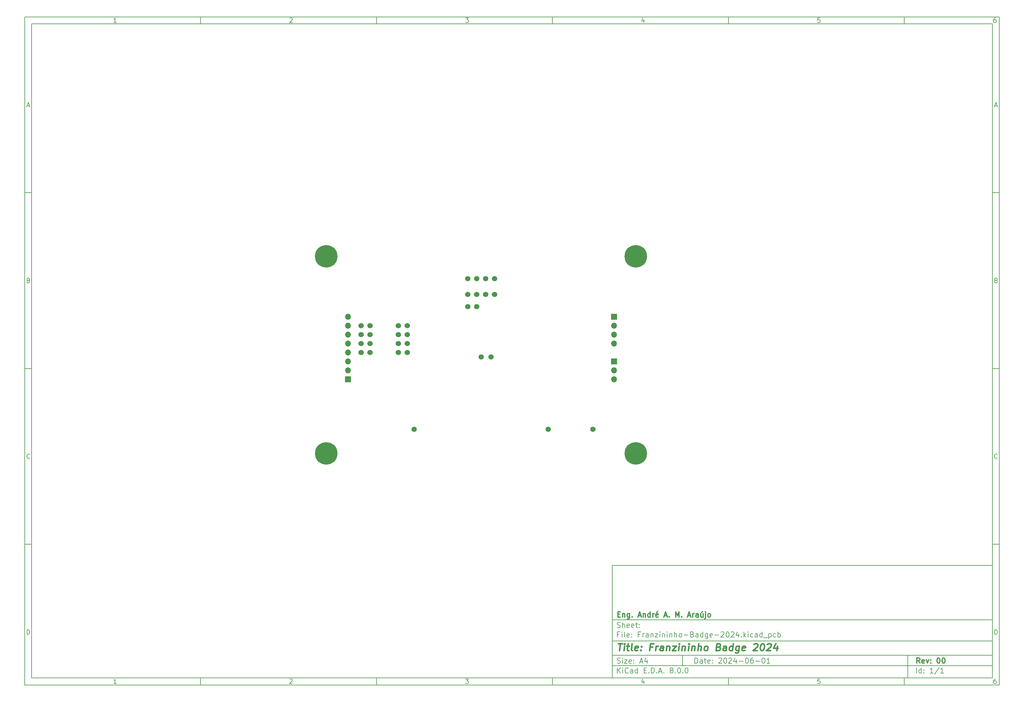
<source format=gbr>
%TF.GenerationSoftware,KiCad,Pcbnew,8.0.0*%
%TF.CreationDate,2024-06-01T14:18:10-03:00*%
%TF.ProjectId,Franzininho-Badge-2024,4672616e-7a69-46e6-996e-686f2d426164,00*%
%TF.SameCoordinates,Original*%
%TF.FileFunction,Soldermask,Bot*%
%TF.FilePolarity,Negative*%
%FSLAX46Y46*%
G04 Gerber Fmt 4.6, Leading zero omitted, Abs format (unit mm)*
G04 Created by KiCad (PCBNEW 8.0.0) date 2024-06-01 14:18:10*
%MOMM*%
%LPD*%
G01*
G04 APERTURE LIST*
%ADD10C,0.100000*%
%ADD11C,0.150000*%
%ADD12C,0.300000*%
%ADD13C,0.400000*%
%ADD14C,1.524000*%
%ADD15C,1.500000*%
%ADD16R,1.700000X1.700000*%
%ADD17O,1.700000X1.700000*%
%ADD18C,6.400000*%
G04 APERTURE END LIST*
D10*
D11*
X177002200Y-166007200D02*
X285002200Y-166007200D01*
X285002200Y-198007200D01*
X177002200Y-198007200D01*
X177002200Y-166007200D01*
D10*
D11*
X10000000Y-10000000D02*
X287002200Y-10000000D01*
X287002200Y-200007200D01*
X10000000Y-200007200D01*
X10000000Y-10000000D01*
D10*
D11*
X12000000Y-12000000D02*
X285002200Y-12000000D01*
X285002200Y-198007200D01*
X12000000Y-198007200D01*
X12000000Y-12000000D01*
D10*
D11*
X60000000Y-12000000D02*
X60000000Y-10000000D01*
D10*
D11*
X110000000Y-12000000D02*
X110000000Y-10000000D01*
D10*
D11*
X160000000Y-12000000D02*
X160000000Y-10000000D01*
D10*
D11*
X210000000Y-12000000D02*
X210000000Y-10000000D01*
D10*
D11*
X260000000Y-12000000D02*
X260000000Y-10000000D01*
D10*
D11*
X36089160Y-11593604D02*
X35346303Y-11593604D01*
X35717731Y-11593604D02*
X35717731Y-10293604D01*
X35717731Y-10293604D02*
X35593922Y-10479319D01*
X35593922Y-10479319D02*
X35470112Y-10603128D01*
X35470112Y-10603128D02*
X35346303Y-10665033D01*
D10*
D11*
X85346303Y-10417414D02*
X85408207Y-10355509D01*
X85408207Y-10355509D02*
X85532017Y-10293604D01*
X85532017Y-10293604D02*
X85841541Y-10293604D01*
X85841541Y-10293604D02*
X85965350Y-10355509D01*
X85965350Y-10355509D02*
X86027255Y-10417414D01*
X86027255Y-10417414D02*
X86089160Y-10541223D01*
X86089160Y-10541223D02*
X86089160Y-10665033D01*
X86089160Y-10665033D02*
X86027255Y-10850747D01*
X86027255Y-10850747D02*
X85284398Y-11593604D01*
X85284398Y-11593604D02*
X86089160Y-11593604D01*
D10*
D11*
X135284398Y-10293604D02*
X136089160Y-10293604D01*
X136089160Y-10293604D02*
X135655826Y-10788842D01*
X135655826Y-10788842D02*
X135841541Y-10788842D01*
X135841541Y-10788842D02*
X135965350Y-10850747D01*
X135965350Y-10850747D02*
X136027255Y-10912652D01*
X136027255Y-10912652D02*
X136089160Y-11036461D01*
X136089160Y-11036461D02*
X136089160Y-11345985D01*
X136089160Y-11345985D02*
X136027255Y-11469795D01*
X136027255Y-11469795D02*
X135965350Y-11531700D01*
X135965350Y-11531700D02*
X135841541Y-11593604D01*
X135841541Y-11593604D02*
X135470112Y-11593604D01*
X135470112Y-11593604D02*
X135346303Y-11531700D01*
X135346303Y-11531700D02*
X135284398Y-11469795D01*
D10*
D11*
X185965350Y-10726938D02*
X185965350Y-11593604D01*
X185655826Y-10231700D02*
X185346303Y-11160271D01*
X185346303Y-11160271D02*
X186151064Y-11160271D01*
D10*
D11*
X236027255Y-10293604D02*
X235408207Y-10293604D01*
X235408207Y-10293604D02*
X235346303Y-10912652D01*
X235346303Y-10912652D02*
X235408207Y-10850747D01*
X235408207Y-10850747D02*
X235532017Y-10788842D01*
X235532017Y-10788842D02*
X235841541Y-10788842D01*
X235841541Y-10788842D02*
X235965350Y-10850747D01*
X235965350Y-10850747D02*
X236027255Y-10912652D01*
X236027255Y-10912652D02*
X236089160Y-11036461D01*
X236089160Y-11036461D02*
X236089160Y-11345985D01*
X236089160Y-11345985D02*
X236027255Y-11469795D01*
X236027255Y-11469795D02*
X235965350Y-11531700D01*
X235965350Y-11531700D02*
X235841541Y-11593604D01*
X235841541Y-11593604D02*
X235532017Y-11593604D01*
X235532017Y-11593604D02*
X235408207Y-11531700D01*
X235408207Y-11531700D02*
X235346303Y-11469795D01*
D10*
D11*
X285965350Y-10293604D02*
X285717731Y-10293604D01*
X285717731Y-10293604D02*
X285593922Y-10355509D01*
X285593922Y-10355509D02*
X285532017Y-10417414D01*
X285532017Y-10417414D02*
X285408207Y-10603128D01*
X285408207Y-10603128D02*
X285346303Y-10850747D01*
X285346303Y-10850747D02*
X285346303Y-11345985D01*
X285346303Y-11345985D02*
X285408207Y-11469795D01*
X285408207Y-11469795D02*
X285470112Y-11531700D01*
X285470112Y-11531700D02*
X285593922Y-11593604D01*
X285593922Y-11593604D02*
X285841541Y-11593604D01*
X285841541Y-11593604D02*
X285965350Y-11531700D01*
X285965350Y-11531700D02*
X286027255Y-11469795D01*
X286027255Y-11469795D02*
X286089160Y-11345985D01*
X286089160Y-11345985D02*
X286089160Y-11036461D01*
X286089160Y-11036461D02*
X286027255Y-10912652D01*
X286027255Y-10912652D02*
X285965350Y-10850747D01*
X285965350Y-10850747D02*
X285841541Y-10788842D01*
X285841541Y-10788842D02*
X285593922Y-10788842D01*
X285593922Y-10788842D02*
X285470112Y-10850747D01*
X285470112Y-10850747D02*
X285408207Y-10912652D01*
X285408207Y-10912652D02*
X285346303Y-11036461D01*
D10*
D11*
X60000000Y-198007200D02*
X60000000Y-200007200D01*
D10*
D11*
X110000000Y-198007200D02*
X110000000Y-200007200D01*
D10*
D11*
X160000000Y-198007200D02*
X160000000Y-200007200D01*
D10*
D11*
X210000000Y-198007200D02*
X210000000Y-200007200D01*
D10*
D11*
X260000000Y-198007200D02*
X260000000Y-200007200D01*
D10*
D11*
X36089160Y-199600804D02*
X35346303Y-199600804D01*
X35717731Y-199600804D02*
X35717731Y-198300804D01*
X35717731Y-198300804D02*
X35593922Y-198486519D01*
X35593922Y-198486519D02*
X35470112Y-198610328D01*
X35470112Y-198610328D02*
X35346303Y-198672233D01*
D10*
D11*
X85346303Y-198424614D02*
X85408207Y-198362709D01*
X85408207Y-198362709D02*
X85532017Y-198300804D01*
X85532017Y-198300804D02*
X85841541Y-198300804D01*
X85841541Y-198300804D02*
X85965350Y-198362709D01*
X85965350Y-198362709D02*
X86027255Y-198424614D01*
X86027255Y-198424614D02*
X86089160Y-198548423D01*
X86089160Y-198548423D02*
X86089160Y-198672233D01*
X86089160Y-198672233D02*
X86027255Y-198857947D01*
X86027255Y-198857947D02*
X85284398Y-199600804D01*
X85284398Y-199600804D02*
X86089160Y-199600804D01*
D10*
D11*
X135284398Y-198300804D02*
X136089160Y-198300804D01*
X136089160Y-198300804D02*
X135655826Y-198796042D01*
X135655826Y-198796042D02*
X135841541Y-198796042D01*
X135841541Y-198796042D02*
X135965350Y-198857947D01*
X135965350Y-198857947D02*
X136027255Y-198919852D01*
X136027255Y-198919852D02*
X136089160Y-199043661D01*
X136089160Y-199043661D02*
X136089160Y-199353185D01*
X136089160Y-199353185D02*
X136027255Y-199476995D01*
X136027255Y-199476995D02*
X135965350Y-199538900D01*
X135965350Y-199538900D02*
X135841541Y-199600804D01*
X135841541Y-199600804D02*
X135470112Y-199600804D01*
X135470112Y-199600804D02*
X135346303Y-199538900D01*
X135346303Y-199538900D02*
X135284398Y-199476995D01*
D10*
D11*
X185965350Y-198734138D02*
X185965350Y-199600804D01*
X185655826Y-198238900D02*
X185346303Y-199167471D01*
X185346303Y-199167471D02*
X186151064Y-199167471D01*
D10*
D11*
X236027255Y-198300804D02*
X235408207Y-198300804D01*
X235408207Y-198300804D02*
X235346303Y-198919852D01*
X235346303Y-198919852D02*
X235408207Y-198857947D01*
X235408207Y-198857947D02*
X235532017Y-198796042D01*
X235532017Y-198796042D02*
X235841541Y-198796042D01*
X235841541Y-198796042D02*
X235965350Y-198857947D01*
X235965350Y-198857947D02*
X236027255Y-198919852D01*
X236027255Y-198919852D02*
X236089160Y-199043661D01*
X236089160Y-199043661D02*
X236089160Y-199353185D01*
X236089160Y-199353185D02*
X236027255Y-199476995D01*
X236027255Y-199476995D02*
X235965350Y-199538900D01*
X235965350Y-199538900D02*
X235841541Y-199600804D01*
X235841541Y-199600804D02*
X235532017Y-199600804D01*
X235532017Y-199600804D02*
X235408207Y-199538900D01*
X235408207Y-199538900D02*
X235346303Y-199476995D01*
D10*
D11*
X285965350Y-198300804D02*
X285717731Y-198300804D01*
X285717731Y-198300804D02*
X285593922Y-198362709D01*
X285593922Y-198362709D02*
X285532017Y-198424614D01*
X285532017Y-198424614D02*
X285408207Y-198610328D01*
X285408207Y-198610328D02*
X285346303Y-198857947D01*
X285346303Y-198857947D02*
X285346303Y-199353185D01*
X285346303Y-199353185D02*
X285408207Y-199476995D01*
X285408207Y-199476995D02*
X285470112Y-199538900D01*
X285470112Y-199538900D02*
X285593922Y-199600804D01*
X285593922Y-199600804D02*
X285841541Y-199600804D01*
X285841541Y-199600804D02*
X285965350Y-199538900D01*
X285965350Y-199538900D02*
X286027255Y-199476995D01*
X286027255Y-199476995D02*
X286089160Y-199353185D01*
X286089160Y-199353185D02*
X286089160Y-199043661D01*
X286089160Y-199043661D02*
X286027255Y-198919852D01*
X286027255Y-198919852D02*
X285965350Y-198857947D01*
X285965350Y-198857947D02*
X285841541Y-198796042D01*
X285841541Y-198796042D02*
X285593922Y-198796042D01*
X285593922Y-198796042D02*
X285470112Y-198857947D01*
X285470112Y-198857947D02*
X285408207Y-198919852D01*
X285408207Y-198919852D02*
X285346303Y-199043661D01*
D10*
D11*
X10000000Y-60000000D02*
X12000000Y-60000000D01*
D10*
D11*
X10000000Y-110000000D02*
X12000000Y-110000000D01*
D10*
D11*
X10000000Y-160000000D02*
X12000000Y-160000000D01*
D10*
D11*
X10690476Y-35222176D02*
X11309523Y-35222176D01*
X10566666Y-35593604D02*
X10999999Y-34293604D01*
X10999999Y-34293604D02*
X11433333Y-35593604D01*
D10*
D11*
X11092857Y-84912652D02*
X11278571Y-84974557D01*
X11278571Y-84974557D02*
X11340476Y-85036461D01*
X11340476Y-85036461D02*
X11402380Y-85160271D01*
X11402380Y-85160271D02*
X11402380Y-85345985D01*
X11402380Y-85345985D02*
X11340476Y-85469795D01*
X11340476Y-85469795D02*
X11278571Y-85531700D01*
X11278571Y-85531700D02*
X11154761Y-85593604D01*
X11154761Y-85593604D02*
X10659523Y-85593604D01*
X10659523Y-85593604D02*
X10659523Y-84293604D01*
X10659523Y-84293604D02*
X11092857Y-84293604D01*
X11092857Y-84293604D02*
X11216666Y-84355509D01*
X11216666Y-84355509D02*
X11278571Y-84417414D01*
X11278571Y-84417414D02*
X11340476Y-84541223D01*
X11340476Y-84541223D02*
X11340476Y-84665033D01*
X11340476Y-84665033D02*
X11278571Y-84788842D01*
X11278571Y-84788842D02*
X11216666Y-84850747D01*
X11216666Y-84850747D02*
X11092857Y-84912652D01*
X11092857Y-84912652D02*
X10659523Y-84912652D01*
D10*
D11*
X11402380Y-135469795D02*
X11340476Y-135531700D01*
X11340476Y-135531700D02*
X11154761Y-135593604D01*
X11154761Y-135593604D02*
X11030952Y-135593604D01*
X11030952Y-135593604D02*
X10845238Y-135531700D01*
X10845238Y-135531700D02*
X10721428Y-135407890D01*
X10721428Y-135407890D02*
X10659523Y-135284080D01*
X10659523Y-135284080D02*
X10597619Y-135036461D01*
X10597619Y-135036461D02*
X10597619Y-134850747D01*
X10597619Y-134850747D02*
X10659523Y-134603128D01*
X10659523Y-134603128D02*
X10721428Y-134479319D01*
X10721428Y-134479319D02*
X10845238Y-134355509D01*
X10845238Y-134355509D02*
X11030952Y-134293604D01*
X11030952Y-134293604D02*
X11154761Y-134293604D01*
X11154761Y-134293604D02*
X11340476Y-134355509D01*
X11340476Y-134355509D02*
X11402380Y-134417414D01*
D10*
D11*
X10659523Y-185593604D02*
X10659523Y-184293604D01*
X10659523Y-184293604D02*
X10969047Y-184293604D01*
X10969047Y-184293604D02*
X11154761Y-184355509D01*
X11154761Y-184355509D02*
X11278571Y-184479319D01*
X11278571Y-184479319D02*
X11340476Y-184603128D01*
X11340476Y-184603128D02*
X11402380Y-184850747D01*
X11402380Y-184850747D02*
X11402380Y-185036461D01*
X11402380Y-185036461D02*
X11340476Y-185284080D01*
X11340476Y-185284080D02*
X11278571Y-185407890D01*
X11278571Y-185407890D02*
X11154761Y-185531700D01*
X11154761Y-185531700D02*
X10969047Y-185593604D01*
X10969047Y-185593604D02*
X10659523Y-185593604D01*
D10*
D11*
X287002200Y-60000000D02*
X285002200Y-60000000D01*
D10*
D11*
X287002200Y-110000000D02*
X285002200Y-110000000D01*
D10*
D11*
X287002200Y-160000000D02*
X285002200Y-160000000D01*
D10*
D11*
X285692676Y-35222176D02*
X286311723Y-35222176D01*
X285568866Y-35593604D02*
X286002199Y-34293604D01*
X286002199Y-34293604D02*
X286435533Y-35593604D01*
D10*
D11*
X286095057Y-84912652D02*
X286280771Y-84974557D01*
X286280771Y-84974557D02*
X286342676Y-85036461D01*
X286342676Y-85036461D02*
X286404580Y-85160271D01*
X286404580Y-85160271D02*
X286404580Y-85345985D01*
X286404580Y-85345985D02*
X286342676Y-85469795D01*
X286342676Y-85469795D02*
X286280771Y-85531700D01*
X286280771Y-85531700D02*
X286156961Y-85593604D01*
X286156961Y-85593604D02*
X285661723Y-85593604D01*
X285661723Y-85593604D02*
X285661723Y-84293604D01*
X285661723Y-84293604D02*
X286095057Y-84293604D01*
X286095057Y-84293604D02*
X286218866Y-84355509D01*
X286218866Y-84355509D02*
X286280771Y-84417414D01*
X286280771Y-84417414D02*
X286342676Y-84541223D01*
X286342676Y-84541223D02*
X286342676Y-84665033D01*
X286342676Y-84665033D02*
X286280771Y-84788842D01*
X286280771Y-84788842D02*
X286218866Y-84850747D01*
X286218866Y-84850747D02*
X286095057Y-84912652D01*
X286095057Y-84912652D02*
X285661723Y-84912652D01*
D10*
D11*
X286404580Y-135469795D02*
X286342676Y-135531700D01*
X286342676Y-135531700D02*
X286156961Y-135593604D01*
X286156961Y-135593604D02*
X286033152Y-135593604D01*
X286033152Y-135593604D02*
X285847438Y-135531700D01*
X285847438Y-135531700D02*
X285723628Y-135407890D01*
X285723628Y-135407890D02*
X285661723Y-135284080D01*
X285661723Y-135284080D02*
X285599819Y-135036461D01*
X285599819Y-135036461D02*
X285599819Y-134850747D01*
X285599819Y-134850747D02*
X285661723Y-134603128D01*
X285661723Y-134603128D02*
X285723628Y-134479319D01*
X285723628Y-134479319D02*
X285847438Y-134355509D01*
X285847438Y-134355509D02*
X286033152Y-134293604D01*
X286033152Y-134293604D02*
X286156961Y-134293604D01*
X286156961Y-134293604D02*
X286342676Y-134355509D01*
X286342676Y-134355509D02*
X286404580Y-134417414D01*
D10*
D11*
X285661723Y-185593604D02*
X285661723Y-184293604D01*
X285661723Y-184293604D02*
X285971247Y-184293604D01*
X285971247Y-184293604D02*
X286156961Y-184355509D01*
X286156961Y-184355509D02*
X286280771Y-184479319D01*
X286280771Y-184479319D02*
X286342676Y-184603128D01*
X286342676Y-184603128D02*
X286404580Y-184850747D01*
X286404580Y-184850747D02*
X286404580Y-185036461D01*
X286404580Y-185036461D02*
X286342676Y-185284080D01*
X286342676Y-185284080D02*
X286280771Y-185407890D01*
X286280771Y-185407890D02*
X286156961Y-185531700D01*
X286156961Y-185531700D02*
X285971247Y-185593604D01*
X285971247Y-185593604D02*
X285661723Y-185593604D01*
D10*
D11*
X200458026Y-193793328D02*
X200458026Y-192293328D01*
X200458026Y-192293328D02*
X200815169Y-192293328D01*
X200815169Y-192293328D02*
X201029455Y-192364757D01*
X201029455Y-192364757D02*
X201172312Y-192507614D01*
X201172312Y-192507614D02*
X201243741Y-192650471D01*
X201243741Y-192650471D02*
X201315169Y-192936185D01*
X201315169Y-192936185D02*
X201315169Y-193150471D01*
X201315169Y-193150471D02*
X201243741Y-193436185D01*
X201243741Y-193436185D02*
X201172312Y-193579042D01*
X201172312Y-193579042D02*
X201029455Y-193721900D01*
X201029455Y-193721900D02*
X200815169Y-193793328D01*
X200815169Y-193793328D02*
X200458026Y-193793328D01*
X202600884Y-193793328D02*
X202600884Y-193007614D01*
X202600884Y-193007614D02*
X202529455Y-192864757D01*
X202529455Y-192864757D02*
X202386598Y-192793328D01*
X202386598Y-192793328D02*
X202100884Y-192793328D01*
X202100884Y-192793328D02*
X201958026Y-192864757D01*
X202600884Y-193721900D02*
X202458026Y-193793328D01*
X202458026Y-193793328D02*
X202100884Y-193793328D01*
X202100884Y-193793328D02*
X201958026Y-193721900D01*
X201958026Y-193721900D02*
X201886598Y-193579042D01*
X201886598Y-193579042D02*
X201886598Y-193436185D01*
X201886598Y-193436185D02*
X201958026Y-193293328D01*
X201958026Y-193293328D02*
X202100884Y-193221900D01*
X202100884Y-193221900D02*
X202458026Y-193221900D01*
X202458026Y-193221900D02*
X202600884Y-193150471D01*
X203100884Y-192793328D02*
X203672312Y-192793328D01*
X203315169Y-192293328D02*
X203315169Y-193579042D01*
X203315169Y-193579042D02*
X203386598Y-193721900D01*
X203386598Y-193721900D02*
X203529455Y-193793328D01*
X203529455Y-193793328D02*
X203672312Y-193793328D01*
X204743741Y-193721900D02*
X204600884Y-193793328D01*
X204600884Y-193793328D02*
X204315170Y-193793328D01*
X204315170Y-193793328D02*
X204172312Y-193721900D01*
X204172312Y-193721900D02*
X204100884Y-193579042D01*
X204100884Y-193579042D02*
X204100884Y-193007614D01*
X204100884Y-193007614D02*
X204172312Y-192864757D01*
X204172312Y-192864757D02*
X204315170Y-192793328D01*
X204315170Y-192793328D02*
X204600884Y-192793328D01*
X204600884Y-192793328D02*
X204743741Y-192864757D01*
X204743741Y-192864757D02*
X204815170Y-193007614D01*
X204815170Y-193007614D02*
X204815170Y-193150471D01*
X204815170Y-193150471D02*
X204100884Y-193293328D01*
X205458026Y-193650471D02*
X205529455Y-193721900D01*
X205529455Y-193721900D02*
X205458026Y-193793328D01*
X205458026Y-193793328D02*
X205386598Y-193721900D01*
X205386598Y-193721900D02*
X205458026Y-193650471D01*
X205458026Y-193650471D02*
X205458026Y-193793328D01*
X205458026Y-192864757D02*
X205529455Y-192936185D01*
X205529455Y-192936185D02*
X205458026Y-193007614D01*
X205458026Y-193007614D02*
X205386598Y-192936185D01*
X205386598Y-192936185D02*
X205458026Y-192864757D01*
X205458026Y-192864757D02*
X205458026Y-193007614D01*
X207243741Y-192436185D02*
X207315169Y-192364757D01*
X207315169Y-192364757D02*
X207458027Y-192293328D01*
X207458027Y-192293328D02*
X207815169Y-192293328D01*
X207815169Y-192293328D02*
X207958027Y-192364757D01*
X207958027Y-192364757D02*
X208029455Y-192436185D01*
X208029455Y-192436185D02*
X208100884Y-192579042D01*
X208100884Y-192579042D02*
X208100884Y-192721900D01*
X208100884Y-192721900D02*
X208029455Y-192936185D01*
X208029455Y-192936185D02*
X207172312Y-193793328D01*
X207172312Y-193793328D02*
X208100884Y-193793328D01*
X209029455Y-192293328D02*
X209172312Y-192293328D01*
X209172312Y-192293328D02*
X209315169Y-192364757D01*
X209315169Y-192364757D02*
X209386598Y-192436185D01*
X209386598Y-192436185D02*
X209458026Y-192579042D01*
X209458026Y-192579042D02*
X209529455Y-192864757D01*
X209529455Y-192864757D02*
X209529455Y-193221900D01*
X209529455Y-193221900D02*
X209458026Y-193507614D01*
X209458026Y-193507614D02*
X209386598Y-193650471D01*
X209386598Y-193650471D02*
X209315169Y-193721900D01*
X209315169Y-193721900D02*
X209172312Y-193793328D01*
X209172312Y-193793328D02*
X209029455Y-193793328D01*
X209029455Y-193793328D02*
X208886598Y-193721900D01*
X208886598Y-193721900D02*
X208815169Y-193650471D01*
X208815169Y-193650471D02*
X208743740Y-193507614D01*
X208743740Y-193507614D02*
X208672312Y-193221900D01*
X208672312Y-193221900D02*
X208672312Y-192864757D01*
X208672312Y-192864757D02*
X208743740Y-192579042D01*
X208743740Y-192579042D02*
X208815169Y-192436185D01*
X208815169Y-192436185D02*
X208886598Y-192364757D01*
X208886598Y-192364757D02*
X209029455Y-192293328D01*
X210100883Y-192436185D02*
X210172311Y-192364757D01*
X210172311Y-192364757D02*
X210315169Y-192293328D01*
X210315169Y-192293328D02*
X210672311Y-192293328D01*
X210672311Y-192293328D02*
X210815169Y-192364757D01*
X210815169Y-192364757D02*
X210886597Y-192436185D01*
X210886597Y-192436185D02*
X210958026Y-192579042D01*
X210958026Y-192579042D02*
X210958026Y-192721900D01*
X210958026Y-192721900D02*
X210886597Y-192936185D01*
X210886597Y-192936185D02*
X210029454Y-193793328D01*
X210029454Y-193793328D02*
X210958026Y-193793328D01*
X212243740Y-192793328D02*
X212243740Y-193793328D01*
X211886597Y-192221900D02*
X211529454Y-193293328D01*
X211529454Y-193293328D02*
X212458025Y-193293328D01*
X213029453Y-193221900D02*
X214172311Y-193221900D01*
X215172311Y-192293328D02*
X215315168Y-192293328D01*
X215315168Y-192293328D02*
X215458025Y-192364757D01*
X215458025Y-192364757D02*
X215529454Y-192436185D01*
X215529454Y-192436185D02*
X215600882Y-192579042D01*
X215600882Y-192579042D02*
X215672311Y-192864757D01*
X215672311Y-192864757D02*
X215672311Y-193221900D01*
X215672311Y-193221900D02*
X215600882Y-193507614D01*
X215600882Y-193507614D02*
X215529454Y-193650471D01*
X215529454Y-193650471D02*
X215458025Y-193721900D01*
X215458025Y-193721900D02*
X215315168Y-193793328D01*
X215315168Y-193793328D02*
X215172311Y-193793328D01*
X215172311Y-193793328D02*
X215029454Y-193721900D01*
X215029454Y-193721900D02*
X214958025Y-193650471D01*
X214958025Y-193650471D02*
X214886596Y-193507614D01*
X214886596Y-193507614D02*
X214815168Y-193221900D01*
X214815168Y-193221900D02*
X214815168Y-192864757D01*
X214815168Y-192864757D02*
X214886596Y-192579042D01*
X214886596Y-192579042D02*
X214958025Y-192436185D01*
X214958025Y-192436185D02*
X215029454Y-192364757D01*
X215029454Y-192364757D02*
X215172311Y-192293328D01*
X216958025Y-192293328D02*
X216672310Y-192293328D01*
X216672310Y-192293328D02*
X216529453Y-192364757D01*
X216529453Y-192364757D02*
X216458025Y-192436185D01*
X216458025Y-192436185D02*
X216315167Y-192650471D01*
X216315167Y-192650471D02*
X216243739Y-192936185D01*
X216243739Y-192936185D02*
X216243739Y-193507614D01*
X216243739Y-193507614D02*
X216315167Y-193650471D01*
X216315167Y-193650471D02*
X216386596Y-193721900D01*
X216386596Y-193721900D02*
X216529453Y-193793328D01*
X216529453Y-193793328D02*
X216815167Y-193793328D01*
X216815167Y-193793328D02*
X216958025Y-193721900D01*
X216958025Y-193721900D02*
X217029453Y-193650471D01*
X217029453Y-193650471D02*
X217100882Y-193507614D01*
X217100882Y-193507614D02*
X217100882Y-193150471D01*
X217100882Y-193150471D02*
X217029453Y-193007614D01*
X217029453Y-193007614D02*
X216958025Y-192936185D01*
X216958025Y-192936185D02*
X216815167Y-192864757D01*
X216815167Y-192864757D02*
X216529453Y-192864757D01*
X216529453Y-192864757D02*
X216386596Y-192936185D01*
X216386596Y-192936185D02*
X216315167Y-193007614D01*
X216315167Y-193007614D02*
X216243739Y-193150471D01*
X217743738Y-193221900D02*
X218886596Y-193221900D01*
X219886596Y-192293328D02*
X220029453Y-192293328D01*
X220029453Y-192293328D02*
X220172310Y-192364757D01*
X220172310Y-192364757D02*
X220243739Y-192436185D01*
X220243739Y-192436185D02*
X220315167Y-192579042D01*
X220315167Y-192579042D02*
X220386596Y-192864757D01*
X220386596Y-192864757D02*
X220386596Y-193221900D01*
X220386596Y-193221900D02*
X220315167Y-193507614D01*
X220315167Y-193507614D02*
X220243739Y-193650471D01*
X220243739Y-193650471D02*
X220172310Y-193721900D01*
X220172310Y-193721900D02*
X220029453Y-193793328D01*
X220029453Y-193793328D02*
X219886596Y-193793328D01*
X219886596Y-193793328D02*
X219743739Y-193721900D01*
X219743739Y-193721900D02*
X219672310Y-193650471D01*
X219672310Y-193650471D02*
X219600881Y-193507614D01*
X219600881Y-193507614D02*
X219529453Y-193221900D01*
X219529453Y-193221900D02*
X219529453Y-192864757D01*
X219529453Y-192864757D02*
X219600881Y-192579042D01*
X219600881Y-192579042D02*
X219672310Y-192436185D01*
X219672310Y-192436185D02*
X219743739Y-192364757D01*
X219743739Y-192364757D02*
X219886596Y-192293328D01*
X221815167Y-193793328D02*
X220958024Y-193793328D01*
X221386595Y-193793328D02*
X221386595Y-192293328D01*
X221386595Y-192293328D02*
X221243738Y-192507614D01*
X221243738Y-192507614D02*
X221100881Y-192650471D01*
X221100881Y-192650471D02*
X220958024Y-192721900D01*
D10*
D11*
X177002200Y-194507200D02*
X285002200Y-194507200D01*
D10*
D11*
X178458026Y-196593328D02*
X178458026Y-195093328D01*
X179315169Y-196593328D02*
X178672312Y-195736185D01*
X179315169Y-195093328D02*
X178458026Y-195950471D01*
X179958026Y-196593328D02*
X179958026Y-195593328D01*
X179958026Y-195093328D02*
X179886598Y-195164757D01*
X179886598Y-195164757D02*
X179958026Y-195236185D01*
X179958026Y-195236185D02*
X180029455Y-195164757D01*
X180029455Y-195164757D02*
X179958026Y-195093328D01*
X179958026Y-195093328D02*
X179958026Y-195236185D01*
X181529455Y-196450471D02*
X181458027Y-196521900D01*
X181458027Y-196521900D02*
X181243741Y-196593328D01*
X181243741Y-196593328D02*
X181100884Y-196593328D01*
X181100884Y-196593328D02*
X180886598Y-196521900D01*
X180886598Y-196521900D02*
X180743741Y-196379042D01*
X180743741Y-196379042D02*
X180672312Y-196236185D01*
X180672312Y-196236185D02*
X180600884Y-195950471D01*
X180600884Y-195950471D02*
X180600884Y-195736185D01*
X180600884Y-195736185D02*
X180672312Y-195450471D01*
X180672312Y-195450471D02*
X180743741Y-195307614D01*
X180743741Y-195307614D02*
X180886598Y-195164757D01*
X180886598Y-195164757D02*
X181100884Y-195093328D01*
X181100884Y-195093328D02*
X181243741Y-195093328D01*
X181243741Y-195093328D02*
X181458027Y-195164757D01*
X181458027Y-195164757D02*
X181529455Y-195236185D01*
X182815170Y-196593328D02*
X182815170Y-195807614D01*
X182815170Y-195807614D02*
X182743741Y-195664757D01*
X182743741Y-195664757D02*
X182600884Y-195593328D01*
X182600884Y-195593328D02*
X182315170Y-195593328D01*
X182315170Y-195593328D02*
X182172312Y-195664757D01*
X182815170Y-196521900D02*
X182672312Y-196593328D01*
X182672312Y-196593328D02*
X182315170Y-196593328D01*
X182315170Y-196593328D02*
X182172312Y-196521900D01*
X182172312Y-196521900D02*
X182100884Y-196379042D01*
X182100884Y-196379042D02*
X182100884Y-196236185D01*
X182100884Y-196236185D02*
X182172312Y-196093328D01*
X182172312Y-196093328D02*
X182315170Y-196021900D01*
X182315170Y-196021900D02*
X182672312Y-196021900D01*
X182672312Y-196021900D02*
X182815170Y-195950471D01*
X184172313Y-196593328D02*
X184172313Y-195093328D01*
X184172313Y-196521900D02*
X184029455Y-196593328D01*
X184029455Y-196593328D02*
X183743741Y-196593328D01*
X183743741Y-196593328D02*
X183600884Y-196521900D01*
X183600884Y-196521900D02*
X183529455Y-196450471D01*
X183529455Y-196450471D02*
X183458027Y-196307614D01*
X183458027Y-196307614D02*
X183458027Y-195879042D01*
X183458027Y-195879042D02*
X183529455Y-195736185D01*
X183529455Y-195736185D02*
X183600884Y-195664757D01*
X183600884Y-195664757D02*
X183743741Y-195593328D01*
X183743741Y-195593328D02*
X184029455Y-195593328D01*
X184029455Y-195593328D02*
X184172313Y-195664757D01*
X186029455Y-195807614D02*
X186529455Y-195807614D01*
X186743741Y-196593328D02*
X186029455Y-196593328D01*
X186029455Y-196593328D02*
X186029455Y-195093328D01*
X186029455Y-195093328D02*
X186743741Y-195093328D01*
X187386598Y-196450471D02*
X187458027Y-196521900D01*
X187458027Y-196521900D02*
X187386598Y-196593328D01*
X187386598Y-196593328D02*
X187315170Y-196521900D01*
X187315170Y-196521900D02*
X187386598Y-196450471D01*
X187386598Y-196450471D02*
X187386598Y-196593328D01*
X188100884Y-196593328D02*
X188100884Y-195093328D01*
X188100884Y-195093328D02*
X188458027Y-195093328D01*
X188458027Y-195093328D02*
X188672313Y-195164757D01*
X188672313Y-195164757D02*
X188815170Y-195307614D01*
X188815170Y-195307614D02*
X188886599Y-195450471D01*
X188886599Y-195450471D02*
X188958027Y-195736185D01*
X188958027Y-195736185D02*
X188958027Y-195950471D01*
X188958027Y-195950471D02*
X188886599Y-196236185D01*
X188886599Y-196236185D02*
X188815170Y-196379042D01*
X188815170Y-196379042D02*
X188672313Y-196521900D01*
X188672313Y-196521900D02*
X188458027Y-196593328D01*
X188458027Y-196593328D02*
X188100884Y-196593328D01*
X189600884Y-196450471D02*
X189672313Y-196521900D01*
X189672313Y-196521900D02*
X189600884Y-196593328D01*
X189600884Y-196593328D02*
X189529456Y-196521900D01*
X189529456Y-196521900D02*
X189600884Y-196450471D01*
X189600884Y-196450471D02*
X189600884Y-196593328D01*
X190243742Y-196164757D02*
X190958028Y-196164757D01*
X190100885Y-196593328D02*
X190600885Y-195093328D01*
X190600885Y-195093328D02*
X191100885Y-196593328D01*
X191600884Y-196450471D02*
X191672313Y-196521900D01*
X191672313Y-196521900D02*
X191600884Y-196593328D01*
X191600884Y-196593328D02*
X191529456Y-196521900D01*
X191529456Y-196521900D02*
X191600884Y-196450471D01*
X191600884Y-196450471D02*
X191600884Y-196593328D01*
X193672313Y-195736185D02*
X193529456Y-195664757D01*
X193529456Y-195664757D02*
X193458027Y-195593328D01*
X193458027Y-195593328D02*
X193386599Y-195450471D01*
X193386599Y-195450471D02*
X193386599Y-195379042D01*
X193386599Y-195379042D02*
X193458027Y-195236185D01*
X193458027Y-195236185D02*
X193529456Y-195164757D01*
X193529456Y-195164757D02*
X193672313Y-195093328D01*
X193672313Y-195093328D02*
X193958027Y-195093328D01*
X193958027Y-195093328D02*
X194100885Y-195164757D01*
X194100885Y-195164757D02*
X194172313Y-195236185D01*
X194172313Y-195236185D02*
X194243742Y-195379042D01*
X194243742Y-195379042D02*
X194243742Y-195450471D01*
X194243742Y-195450471D02*
X194172313Y-195593328D01*
X194172313Y-195593328D02*
X194100885Y-195664757D01*
X194100885Y-195664757D02*
X193958027Y-195736185D01*
X193958027Y-195736185D02*
X193672313Y-195736185D01*
X193672313Y-195736185D02*
X193529456Y-195807614D01*
X193529456Y-195807614D02*
X193458027Y-195879042D01*
X193458027Y-195879042D02*
X193386599Y-196021900D01*
X193386599Y-196021900D02*
X193386599Y-196307614D01*
X193386599Y-196307614D02*
X193458027Y-196450471D01*
X193458027Y-196450471D02*
X193529456Y-196521900D01*
X193529456Y-196521900D02*
X193672313Y-196593328D01*
X193672313Y-196593328D02*
X193958027Y-196593328D01*
X193958027Y-196593328D02*
X194100885Y-196521900D01*
X194100885Y-196521900D02*
X194172313Y-196450471D01*
X194172313Y-196450471D02*
X194243742Y-196307614D01*
X194243742Y-196307614D02*
X194243742Y-196021900D01*
X194243742Y-196021900D02*
X194172313Y-195879042D01*
X194172313Y-195879042D02*
X194100885Y-195807614D01*
X194100885Y-195807614D02*
X193958027Y-195736185D01*
X194886598Y-196450471D02*
X194958027Y-196521900D01*
X194958027Y-196521900D02*
X194886598Y-196593328D01*
X194886598Y-196593328D02*
X194815170Y-196521900D01*
X194815170Y-196521900D02*
X194886598Y-196450471D01*
X194886598Y-196450471D02*
X194886598Y-196593328D01*
X195886599Y-195093328D02*
X196029456Y-195093328D01*
X196029456Y-195093328D02*
X196172313Y-195164757D01*
X196172313Y-195164757D02*
X196243742Y-195236185D01*
X196243742Y-195236185D02*
X196315170Y-195379042D01*
X196315170Y-195379042D02*
X196386599Y-195664757D01*
X196386599Y-195664757D02*
X196386599Y-196021900D01*
X196386599Y-196021900D02*
X196315170Y-196307614D01*
X196315170Y-196307614D02*
X196243742Y-196450471D01*
X196243742Y-196450471D02*
X196172313Y-196521900D01*
X196172313Y-196521900D02*
X196029456Y-196593328D01*
X196029456Y-196593328D02*
X195886599Y-196593328D01*
X195886599Y-196593328D02*
X195743742Y-196521900D01*
X195743742Y-196521900D02*
X195672313Y-196450471D01*
X195672313Y-196450471D02*
X195600884Y-196307614D01*
X195600884Y-196307614D02*
X195529456Y-196021900D01*
X195529456Y-196021900D02*
X195529456Y-195664757D01*
X195529456Y-195664757D02*
X195600884Y-195379042D01*
X195600884Y-195379042D02*
X195672313Y-195236185D01*
X195672313Y-195236185D02*
X195743742Y-195164757D01*
X195743742Y-195164757D02*
X195886599Y-195093328D01*
X197029455Y-196450471D02*
X197100884Y-196521900D01*
X197100884Y-196521900D02*
X197029455Y-196593328D01*
X197029455Y-196593328D02*
X196958027Y-196521900D01*
X196958027Y-196521900D02*
X197029455Y-196450471D01*
X197029455Y-196450471D02*
X197029455Y-196593328D01*
X198029456Y-195093328D02*
X198172313Y-195093328D01*
X198172313Y-195093328D02*
X198315170Y-195164757D01*
X198315170Y-195164757D02*
X198386599Y-195236185D01*
X198386599Y-195236185D02*
X198458027Y-195379042D01*
X198458027Y-195379042D02*
X198529456Y-195664757D01*
X198529456Y-195664757D02*
X198529456Y-196021900D01*
X198529456Y-196021900D02*
X198458027Y-196307614D01*
X198458027Y-196307614D02*
X198386599Y-196450471D01*
X198386599Y-196450471D02*
X198315170Y-196521900D01*
X198315170Y-196521900D02*
X198172313Y-196593328D01*
X198172313Y-196593328D02*
X198029456Y-196593328D01*
X198029456Y-196593328D02*
X197886599Y-196521900D01*
X197886599Y-196521900D02*
X197815170Y-196450471D01*
X197815170Y-196450471D02*
X197743741Y-196307614D01*
X197743741Y-196307614D02*
X197672313Y-196021900D01*
X197672313Y-196021900D02*
X197672313Y-195664757D01*
X197672313Y-195664757D02*
X197743741Y-195379042D01*
X197743741Y-195379042D02*
X197815170Y-195236185D01*
X197815170Y-195236185D02*
X197886599Y-195164757D01*
X197886599Y-195164757D02*
X198029456Y-195093328D01*
D10*
D11*
X177002200Y-191507200D02*
X285002200Y-191507200D01*
D10*
D12*
X264413853Y-193785528D02*
X263913853Y-193071242D01*
X263556710Y-193785528D02*
X263556710Y-192285528D01*
X263556710Y-192285528D02*
X264128139Y-192285528D01*
X264128139Y-192285528D02*
X264270996Y-192356957D01*
X264270996Y-192356957D02*
X264342425Y-192428385D01*
X264342425Y-192428385D02*
X264413853Y-192571242D01*
X264413853Y-192571242D02*
X264413853Y-192785528D01*
X264413853Y-192785528D02*
X264342425Y-192928385D01*
X264342425Y-192928385D02*
X264270996Y-192999814D01*
X264270996Y-192999814D02*
X264128139Y-193071242D01*
X264128139Y-193071242D02*
X263556710Y-193071242D01*
X265628139Y-193714100D02*
X265485282Y-193785528D01*
X265485282Y-193785528D02*
X265199568Y-193785528D01*
X265199568Y-193785528D02*
X265056710Y-193714100D01*
X265056710Y-193714100D02*
X264985282Y-193571242D01*
X264985282Y-193571242D02*
X264985282Y-192999814D01*
X264985282Y-192999814D02*
X265056710Y-192856957D01*
X265056710Y-192856957D02*
X265199568Y-192785528D01*
X265199568Y-192785528D02*
X265485282Y-192785528D01*
X265485282Y-192785528D02*
X265628139Y-192856957D01*
X265628139Y-192856957D02*
X265699568Y-192999814D01*
X265699568Y-192999814D02*
X265699568Y-193142671D01*
X265699568Y-193142671D02*
X264985282Y-193285528D01*
X266199567Y-192785528D02*
X266556710Y-193785528D01*
X266556710Y-193785528D02*
X266913853Y-192785528D01*
X267485281Y-193642671D02*
X267556710Y-193714100D01*
X267556710Y-193714100D02*
X267485281Y-193785528D01*
X267485281Y-193785528D02*
X267413853Y-193714100D01*
X267413853Y-193714100D02*
X267485281Y-193642671D01*
X267485281Y-193642671D02*
X267485281Y-193785528D01*
X267485281Y-192856957D02*
X267556710Y-192928385D01*
X267556710Y-192928385D02*
X267485281Y-192999814D01*
X267485281Y-192999814D02*
X267413853Y-192928385D01*
X267413853Y-192928385D02*
X267485281Y-192856957D01*
X267485281Y-192856957D02*
X267485281Y-192999814D01*
X269628139Y-192285528D02*
X269770996Y-192285528D01*
X269770996Y-192285528D02*
X269913853Y-192356957D01*
X269913853Y-192356957D02*
X269985282Y-192428385D01*
X269985282Y-192428385D02*
X270056710Y-192571242D01*
X270056710Y-192571242D02*
X270128139Y-192856957D01*
X270128139Y-192856957D02*
X270128139Y-193214100D01*
X270128139Y-193214100D02*
X270056710Y-193499814D01*
X270056710Y-193499814D02*
X269985282Y-193642671D01*
X269985282Y-193642671D02*
X269913853Y-193714100D01*
X269913853Y-193714100D02*
X269770996Y-193785528D01*
X269770996Y-193785528D02*
X269628139Y-193785528D01*
X269628139Y-193785528D02*
X269485282Y-193714100D01*
X269485282Y-193714100D02*
X269413853Y-193642671D01*
X269413853Y-193642671D02*
X269342424Y-193499814D01*
X269342424Y-193499814D02*
X269270996Y-193214100D01*
X269270996Y-193214100D02*
X269270996Y-192856957D01*
X269270996Y-192856957D02*
X269342424Y-192571242D01*
X269342424Y-192571242D02*
X269413853Y-192428385D01*
X269413853Y-192428385D02*
X269485282Y-192356957D01*
X269485282Y-192356957D02*
X269628139Y-192285528D01*
X271056710Y-192285528D02*
X271199567Y-192285528D01*
X271199567Y-192285528D02*
X271342424Y-192356957D01*
X271342424Y-192356957D02*
X271413853Y-192428385D01*
X271413853Y-192428385D02*
X271485281Y-192571242D01*
X271485281Y-192571242D02*
X271556710Y-192856957D01*
X271556710Y-192856957D02*
X271556710Y-193214100D01*
X271556710Y-193214100D02*
X271485281Y-193499814D01*
X271485281Y-193499814D02*
X271413853Y-193642671D01*
X271413853Y-193642671D02*
X271342424Y-193714100D01*
X271342424Y-193714100D02*
X271199567Y-193785528D01*
X271199567Y-193785528D02*
X271056710Y-193785528D01*
X271056710Y-193785528D02*
X270913853Y-193714100D01*
X270913853Y-193714100D02*
X270842424Y-193642671D01*
X270842424Y-193642671D02*
X270770995Y-193499814D01*
X270770995Y-193499814D02*
X270699567Y-193214100D01*
X270699567Y-193214100D02*
X270699567Y-192856957D01*
X270699567Y-192856957D02*
X270770995Y-192571242D01*
X270770995Y-192571242D02*
X270842424Y-192428385D01*
X270842424Y-192428385D02*
X270913853Y-192356957D01*
X270913853Y-192356957D02*
X271056710Y-192285528D01*
D10*
D11*
X178386598Y-193721900D02*
X178600884Y-193793328D01*
X178600884Y-193793328D02*
X178958026Y-193793328D01*
X178958026Y-193793328D02*
X179100884Y-193721900D01*
X179100884Y-193721900D02*
X179172312Y-193650471D01*
X179172312Y-193650471D02*
X179243741Y-193507614D01*
X179243741Y-193507614D02*
X179243741Y-193364757D01*
X179243741Y-193364757D02*
X179172312Y-193221900D01*
X179172312Y-193221900D02*
X179100884Y-193150471D01*
X179100884Y-193150471D02*
X178958026Y-193079042D01*
X178958026Y-193079042D02*
X178672312Y-193007614D01*
X178672312Y-193007614D02*
X178529455Y-192936185D01*
X178529455Y-192936185D02*
X178458026Y-192864757D01*
X178458026Y-192864757D02*
X178386598Y-192721900D01*
X178386598Y-192721900D02*
X178386598Y-192579042D01*
X178386598Y-192579042D02*
X178458026Y-192436185D01*
X178458026Y-192436185D02*
X178529455Y-192364757D01*
X178529455Y-192364757D02*
X178672312Y-192293328D01*
X178672312Y-192293328D02*
X179029455Y-192293328D01*
X179029455Y-192293328D02*
X179243741Y-192364757D01*
X179886597Y-193793328D02*
X179886597Y-192793328D01*
X179886597Y-192293328D02*
X179815169Y-192364757D01*
X179815169Y-192364757D02*
X179886597Y-192436185D01*
X179886597Y-192436185D02*
X179958026Y-192364757D01*
X179958026Y-192364757D02*
X179886597Y-192293328D01*
X179886597Y-192293328D02*
X179886597Y-192436185D01*
X180458026Y-192793328D02*
X181243741Y-192793328D01*
X181243741Y-192793328D02*
X180458026Y-193793328D01*
X180458026Y-193793328D02*
X181243741Y-193793328D01*
X182386598Y-193721900D02*
X182243741Y-193793328D01*
X182243741Y-193793328D02*
X181958027Y-193793328D01*
X181958027Y-193793328D02*
X181815169Y-193721900D01*
X181815169Y-193721900D02*
X181743741Y-193579042D01*
X181743741Y-193579042D02*
X181743741Y-193007614D01*
X181743741Y-193007614D02*
X181815169Y-192864757D01*
X181815169Y-192864757D02*
X181958027Y-192793328D01*
X181958027Y-192793328D02*
X182243741Y-192793328D01*
X182243741Y-192793328D02*
X182386598Y-192864757D01*
X182386598Y-192864757D02*
X182458027Y-193007614D01*
X182458027Y-193007614D02*
X182458027Y-193150471D01*
X182458027Y-193150471D02*
X181743741Y-193293328D01*
X183100883Y-193650471D02*
X183172312Y-193721900D01*
X183172312Y-193721900D02*
X183100883Y-193793328D01*
X183100883Y-193793328D02*
X183029455Y-193721900D01*
X183029455Y-193721900D02*
X183100883Y-193650471D01*
X183100883Y-193650471D02*
X183100883Y-193793328D01*
X183100883Y-192864757D02*
X183172312Y-192936185D01*
X183172312Y-192936185D02*
X183100883Y-193007614D01*
X183100883Y-193007614D02*
X183029455Y-192936185D01*
X183029455Y-192936185D02*
X183100883Y-192864757D01*
X183100883Y-192864757D02*
X183100883Y-193007614D01*
X184886598Y-193364757D02*
X185600884Y-193364757D01*
X184743741Y-193793328D02*
X185243741Y-192293328D01*
X185243741Y-192293328D02*
X185743741Y-193793328D01*
X186886598Y-192793328D02*
X186886598Y-193793328D01*
X186529455Y-192221900D02*
X186172312Y-193293328D01*
X186172312Y-193293328D02*
X187100883Y-193293328D01*
D10*
D11*
X263458026Y-196593328D02*
X263458026Y-195093328D01*
X264815170Y-196593328D02*
X264815170Y-195093328D01*
X264815170Y-196521900D02*
X264672312Y-196593328D01*
X264672312Y-196593328D02*
X264386598Y-196593328D01*
X264386598Y-196593328D02*
X264243741Y-196521900D01*
X264243741Y-196521900D02*
X264172312Y-196450471D01*
X264172312Y-196450471D02*
X264100884Y-196307614D01*
X264100884Y-196307614D02*
X264100884Y-195879042D01*
X264100884Y-195879042D02*
X264172312Y-195736185D01*
X264172312Y-195736185D02*
X264243741Y-195664757D01*
X264243741Y-195664757D02*
X264386598Y-195593328D01*
X264386598Y-195593328D02*
X264672312Y-195593328D01*
X264672312Y-195593328D02*
X264815170Y-195664757D01*
X265529455Y-196450471D02*
X265600884Y-196521900D01*
X265600884Y-196521900D02*
X265529455Y-196593328D01*
X265529455Y-196593328D02*
X265458027Y-196521900D01*
X265458027Y-196521900D02*
X265529455Y-196450471D01*
X265529455Y-196450471D02*
X265529455Y-196593328D01*
X265529455Y-195664757D02*
X265600884Y-195736185D01*
X265600884Y-195736185D02*
X265529455Y-195807614D01*
X265529455Y-195807614D02*
X265458027Y-195736185D01*
X265458027Y-195736185D02*
X265529455Y-195664757D01*
X265529455Y-195664757D02*
X265529455Y-195807614D01*
X268172313Y-196593328D02*
X267315170Y-196593328D01*
X267743741Y-196593328D02*
X267743741Y-195093328D01*
X267743741Y-195093328D02*
X267600884Y-195307614D01*
X267600884Y-195307614D02*
X267458027Y-195450471D01*
X267458027Y-195450471D02*
X267315170Y-195521900D01*
X269886598Y-195021900D02*
X268600884Y-196950471D01*
X271172313Y-196593328D02*
X270315170Y-196593328D01*
X270743741Y-196593328D02*
X270743741Y-195093328D01*
X270743741Y-195093328D02*
X270600884Y-195307614D01*
X270600884Y-195307614D02*
X270458027Y-195450471D01*
X270458027Y-195450471D02*
X270315170Y-195521900D01*
D10*
D11*
X177002200Y-187507200D02*
X285002200Y-187507200D01*
D10*
D13*
X178693928Y-188211638D02*
X179836785Y-188211638D01*
X179015357Y-190211638D02*
X179265357Y-188211638D01*
X180253452Y-190211638D02*
X180420119Y-188878304D01*
X180503452Y-188211638D02*
X180396309Y-188306876D01*
X180396309Y-188306876D02*
X180479643Y-188402114D01*
X180479643Y-188402114D02*
X180586786Y-188306876D01*
X180586786Y-188306876D02*
X180503452Y-188211638D01*
X180503452Y-188211638D02*
X180479643Y-188402114D01*
X181086786Y-188878304D02*
X181848690Y-188878304D01*
X181455833Y-188211638D02*
X181241548Y-189925923D01*
X181241548Y-189925923D02*
X181312976Y-190116400D01*
X181312976Y-190116400D02*
X181491548Y-190211638D01*
X181491548Y-190211638D02*
X181682024Y-190211638D01*
X182634405Y-190211638D02*
X182455833Y-190116400D01*
X182455833Y-190116400D02*
X182384405Y-189925923D01*
X182384405Y-189925923D02*
X182598690Y-188211638D01*
X184170119Y-190116400D02*
X183967738Y-190211638D01*
X183967738Y-190211638D02*
X183586785Y-190211638D01*
X183586785Y-190211638D02*
X183408214Y-190116400D01*
X183408214Y-190116400D02*
X183336785Y-189925923D01*
X183336785Y-189925923D02*
X183432024Y-189164019D01*
X183432024Y-189164019D02*
X183551071Y-188973542D01*
X183551071Y-188973542D02*
X183753452Y-188878304D01*
X183753452Y-188878304D02*
X184134404Y-188878304D01*
X184134404Y-188878304D02*
X184312976Y-188973542D01*
X184312976Y-188973542D02*
X184384404Y-189164019D01*
X184384404Y-189164019D02*
X184360595Y-189354495D01*
X184360595Y-189354495D02*
X183384404Y-189544971D01*
X185134405Y-190021161D02*
X185217738Y-190116400D01*
X185217738Y-190116400D02*
X185110595Y-190211638D01*
X185110595Y-190211638D02*
X185027262Y-190116400D01*
X185027262Y-190116400D02*
X185134405Y-190021161D01*
X185134405Y-190021161D02*
X185110595Y-190211638D01*
X185265357Y-188973542D02*
X185348690Y-189068780D01*
X185348690Y-189068780D02*
X185241548Y-189164019D01*
X185241548Y-189164019D02*
X185158214Y-189068780D01*
X185158214Y-189068780D02*
X185265357Y-188973542D01*
X185265357Y-188973542D02*
X185241548Y-189164019D01*
X188384405Y-189164019D02*
X187717739Y-189164019D01*
X187586786Y-190211638D02*
X187836786Y-188211638D01*
X187836786Y-188211638D02*
X188789167Y-188211638D01*
X189301072Y-190211638D02*
X189467739Y-188878304D01*
X189420120Y-189259257D02*
X189539167Y-189068780D01*
X189539167Y-189068780D02*
X189646310Y-188973542D01*
X189646310Y-188973542D02*
X189848691Y-188878304D01*
X189848691Y-188878304D02*
X190039167Y-188878304D01*
X191396310Y-190211638D02*
X191527262Y-189164019D01*
X191527262Y-189164019D02*
X191455834Y-188973542D01*
X191455834Y-188973542D02*
X191277262Y-188878304D01*
X191277262Y-188878304D02*
X190896310Y-188878304D01*
X190896310Y-188878304D02*
X190693929Y-188973542D01*
X191408215Y-190116400D02*
X191205834Y-190211638D01*
X191205834Y-190211638D02*
X190729643Y-190211638D01*
X190729643Y-190211638D02*
X190551072Y-190116400D01*
X190551072Y-190116400D02*
X190479643Y-189925923D01*
X190479643Y-189925923D02*
X190503453Y-189735447D01*
X190503453Y-189735447D02*
X190622501Y-189544971D01*
X190622501Y-189544971D02*
X190824882Y-189449733D01*
X190824882Y-189449733D02*
X191301072Y-189449733D01*
X191301072Y-189449733D02*
X191503453Y-189354495D01*
X192515358Y-188878304D02*
X192348691Y-190211638D01*
X192491548Y-189068780D02*
X192598691Y-188973542D01*
X192598691Y-188973542D02*
X192801072Y-188878304D01*
X192801072Y-188878304D02*
X193086786Y-188878304D01*
X193086786Y-188878304D02*
X193265358Y-188973542D01*
X193265358Y-188973542D02*
X193336786Y-189164019D01*
X193336786Y-189164019D02*
X193205834Y-190211638D01*
X194134406Y-188878304D02*
X195182025Y-188878304D01*
X195182025Y-188878304D02*
X193967739Y-190211638D01*
X193967739Y-190211638D02*
X195015358Y-190211638D01*
X195777263Y-190211638D02*
X195943930Y-188878304D01*
X196027263Y-188211638D02*
X195920120Y-188306876D01*
X195920120Y-188306876D02*
X196003454Y-188402114D01*
X196003454Y-188402114D02*
X196110597Y-188306876D01*
X196110597Y-188306876D02*
X196027263Y-188211638D01*
X196027263Y-188211638D02*
X196003454Y-188402114D01*
X196896311Y-188878304D02*
X196729644Y-190211638D01*
X196872501Y-189068780D02*
X196979644Y-188973542D01*
X196979644Y-188973542D02*
X197182025Y-188878304D01*
X197182025Y-188878304D02*
X197467739Y-188878304D01*
X197467739Y-188878304D02*
X197646311Y-188973542D01*
X197646311Y-188973542D02*
X197717739Y-189164019D01*
X197717739Y-189164019D02*
X197586787Y-190211638D01*
X198539168Y-190211638D02*
X198705835Y-188878304D01*
X198789168Y-188211638D02*
X198682025Y-188306876D01*
X198682025Y-188306876D02*
X198765359Y-188402114D01*
X198765359Y-188402114D02*
X198872502Y-188306876D01*
X198872502Y-188306876D02*
X198789168Y-188211638D01*
X198789168Y-188211638D02*
X198765359Y-188402114D01*
X199658216Y-188878304D02*
X199491549Y-190211638D01*
X199634406Y-189068780D02*
X199741549Y-188973542D01*
X199741549Y-188973542D02*
X199943930Y-188878304D01*
X199943930Y-188878304D02*
X200229644Y-188878304D01*
X200229644Y-188878304D02*
X200408216Y-188973542D01*
X200408216Y-188973542D02*
X200479644Y-189164019D01*
X200479644Y-189164019D02*
X200348692Y-190211638D01*
X201301073Y-190211638D02*
X201551073Y-188211638D01*
X202158216Y-190211638D02*
X202289168Y-189164019D01*
X202289168Y-189164019D02*
X202217740Y-188973542D01*
X202217740Y-188973542D02*
X202039168Y-188878304D01*
X202039168Y-188878304D02*
X201753454Y-188878304D01*
X201753454Y-188878304D02*
X201551073Y-188973542D01*
X201551073Y-188973542D02*
X201443930Y-189068780D01*
X203396312Y-190211638D02*
X203217740Y-190116400D01*
X203217740Y-190116400D02*
X203134407Y-190021161D01*
X203134407Y-190021161D02*
X203062978Y-189830685D01*
X203062978Y-189830685D02*
X203134407Y-189259257D01*
X203134407Y-189259257D02*
X203253454Y-189068780D01*
X203253454Y-189068780D02*
X203360597Y-188973542D01*
X203360597Y-188973542D02*
X203562978Y-188878304D01*
X203562978Y-188878304D02*
X203848692Y-188878304D01*
X203848692Y-188878304D02*
X204027264Y-188973542D01*
X204027264Y-188973542D02*
X204110597Y-189068780D01*
X204110597Y-189068780D02*
X204182026Y-189259257D01*
X204182026Y-189259257D02*
X204110597Y-189830685D01*
X204110597Y-189830685D02*
X203991550Y-190021161D01*
X203991550Y-190021161D02*
X203884407Y-190116400D01*
X203884407Y-190116400D02*
X203682026Y-190211638D01*
X203682026Y-190211638D02*
X203396312Y-190211638D01*
X207241550Y-189164019D02*
X207515360Y-189259257D01*
X207515360Y-189259257D02*
X207598693Y-189354495D01*
X207598693Y-189354495D02*
X207670122Y-189544971D01*
X207670122Y-189544971D02*
X207634407Y-189830685D01*
X207634407Y-189830685D02*
X207515360Y-190021161D01*
X207515360Y-190021161D02*
X207408217Y-190116400D01*
X207408217Y-190116400D02*
X207205836Y-190211638D01*
X207205836Y-190211638D02*
X206443931Y-190211638D01*
X206443931Y-190211638D02*
X206693931Y-188211638D01*
X206693931Y-188211638D02*
X207360598Y-188211638D01*
X207360598Y-188211638D02*
X207539169Y-188306876D01*
X207539169Y-188306876D02*
X207622503Y-188402114D01*
X207622503Y-188402114D02*
X207693931Y-188592590D01*
X207693931Y-188592590D02*
X207670122Y-188783066D01*
X207670122Y-188783066D02*
X207551074Y-188973542D01*
X207551074Y-188973542D02*
X207443931Y-189068780D01*
X207443931Y-189068780D02*
X207241550Y-189164019D01*
X207241550Y-189164019D02*
X206574884Y-189164019D01*
X209301074Y-190211638D02*
X209432026Y-189164019D01*
X209432026Y-189164019D02*
X209360598Y-188973542D01*
X209360598Y-188973542D02*
X209182026Y-188878304D01*
X209182026Y-188878304D02*
X208801074Y-188878304D01*
X208801074Y-188878304D02*
X208598693Y-188973542D01*
X209312979Y-190116400D02*
X209110598Y-190211638D01*
X209110598Y-190211638D02*
X208634407Y-190211638D01*
X208634407Y-190211638D02*
X208455836Y-190116400D01*
X208455836Y-190116400D02*
X208384407Y-189925923D01*
X208384407Y-189925923D02*
X208408217Y-189735447D01*
X208408217Y-189735447D02*
X208527265Y-189544971D01*
X208527265Y-189544971D02*
X208729646Y-189449733D01*
X208729646Y-189449733D02*
X209205836Y-189449733D01*
X209205836Y-189449733D02*
X209408217Y-189354495D01*
X211110598Y-190211638D02*
X211360598Y-188211638D01*
X211122503Y-190116400D02*
X210920122Y-190211638D01*
X210920122Y-190211638D02*
X210539170Y-190211638D01*
X210539170Y-190211638D02*
X210360598Y-190116400D01*
X210360598Y-190116400D02*
X210277265Y-190021161D01*
X210277265Y-190021161D02*
X210205836Y-189830685D01*
X210205836Y-189830685D02*
X210277265Y-189259257D01*
X210277265Y-189259257D02*
X210396312Y-189068780D01*
X210396312Y-189068780D02*
X210503455Y-188973542D01*
X210503455Y-188973542D02*
X210705836Y-188878304D01*
X210705836Y-188878304D02*
X211086789Y-188878304D01*
X211086789Y-188878304D02*
X211265360Y-188973542D01*
X213086789Y-188878304D02*
X212884408Y-190497352D01*
X212884408Y-190497352D02*
X212765360Y-190687828D01*
X212765360Y-190687828D02*
X212658217Y-190783066D01*
X212658217Y-190783066D02*
X212455836Y-190878304D01*
X212455836Y-190878304D02*
X212170122Y-190878304D01*
X212170122Y-190878304D02*
X211991551Y-190783066D01*
X212932027Y-190116400D02*
X212729646Y-190211638D01*
X212729646Y-190211638D02*
X212348694Y-190211638D01*
X212348694Y-190211638D02*
X212170122Y-190116400D01*
X212170122Y-190116400D02*
X212086789Y-190021161D01*
X212086789Y-190021161D02*
X212015360Y-189830685D01*
X212015360Y-189830685D02*
X212086789Y-189259257D01*
X212086789Y-189259257D02*
X212205836Y-189068780D01*
X212205836Y-189068780D02*
X212312979Y-188973542D01*
X212312979Y-188973542D02*
X212515360Y-188878304D01*
X212515360Y-188878304D02*
X212896313Y-188878304D01*
X212896313Y-188878304D02*
X213074884Y-188973542D01*
X214646313Y-190116400D02*
X214443932Y-190211638D01*
X214443932Y-190211638D02*
X214062979Y-190211638D01*
X214062979Y-190211638D02*
X213884408Y-190116400D01*
X213884408Y-190116400D02*
X213812979Y-189925923D01*
X213812979Y-189925923D02*
X213908218Y-189164019D01*
X213908218Y-189164019D02*
X214027265Y-188973542D01*
X214027265Y-188973542D02*
X214229646Y-188878304D01*
X214229646Y-188878304D02*
X214610598Y-188878304D01*
X214610598Y-188878304D02*
X214789170Y-188973542D01*
X214789170Y-188973542D02*
X214860598Y-189164019D01*
X214860598Y-189164019D02*
X214836789Y-189354495D01*
X214836789Y-189354495D02*
X213860598Y-189544971D01*
X217241552Y-188402114D02*
X217348694Y-188306876D01*
X217348694Y-188306876D02*
X217551075Y-188211638D01*
X217551075Y-188211638D02*
X218027266Y-188211638D01*
X218027266Y-188211638D02*
X218205837Y-188306876D01*
X218205837Y-188306876D02*
X218289171Y-188402114D01*
X218289171Y-188402114D02*
X218360599Y-188592590D01*
X218360599Y-188592590D02*
X218336790Y-188783066D01*
X218336790Y-188783066D02*
X218205837Y-189068780D01*
X218205837Y-189068780D02*
X216920123Y-190211638D01*
X216920123Y-190211638D02*
X218158218Y-190211638D01*
X219646314Y-188211638D02*
X219836790Y-188211638D01*
X219836790Y-188211638D02*
X220015361Y-188306876D01*
X220015361Y-188306876D02*
X220098695Y-188402114D01*
X220098695Y-188402114D02*
X220170123Y-188592590D01*
X220170123Y-188592590D02*
X220217742Y-188973542D01*
X220217742Y-188973542D02*
X220158218Y-189449733D01*
X220158218Y-189449733D02*
X220015361Y-189830685D01*
X220015361Y-189830685D02*
X219896314Y-190021161D01*
X219896314Y-190021161D02*
X219789171Y-190116400D01*
X219789171Y-190116400D02*
X219586790Y-190211638D01*
X219586790Y-190211638D02*
X219396314Y-190211638D01*
X219396314Y-190211638D02*
X219217742Y-190116400D01*
X219217742Y-190116400D02*
X219134409Y-190021161D01*
X219134409Y-190021161D02*
X219062980Y-189830685D01*
X219062980Y-189830685D02*
X219015361Y-189449733D01*
X219015361Y-189449733D02*
X219074885Y-188973542D01*
X219074885Y-188973542D02*
X219217742Y-188592590D01*
X219217742Y-188592590D02*
X219336790Y-188402114D01*
X219336790Y-188402114D02*
X219443933Y-188306876D01*
X219443933Y-188306876D02*
X219646314Y-188211638D01*
X221051076Y-188402114D02*
X221158218Y-188306876D01*
X221158218Y-188306876D02*
X221360599Y-188211638D01*
X221360599Y-188211638D02*
X221836790Y-188211638D01*
X221836790Y-188211638D02*
X222015361Y-188306876D01*
X222015361Y-188306876D02*
X222098695Y-188402114D01*
X222098695Y-188402114D02*
X222170123Y-188592590D01*
X222170123Y-188592590D02*
X222146314Y-188783066D01*
X222146314Y-188783066D02*
X222015361Y-189068780D01*
X222015361Y-189068780D02*
X220729647Y-190211638D01*
X220729647Y-190211638D02*
X221967742Y-190211638D01*
X223848695Y-188878304D02*
X223682028Y-190211638D01*
X223467742Y-188116400D02*
X222812980Y-189544971D01*
X222812980Y-189544971D02*
X224051076Y-189544971D01*
D10*
D11*
X178958026Y-185607614D02*
X178458026Y-185607614D01*
X178458026Y-186393328D02*
X178458026Y-184893328D01*
X178458026Y-184893328D02*
X179172312Y-184893328D01*
X179743740Y-186393328D02*
X179743740Y-185393328D01*
X179743740Y-184893328D02*
X179672312Y-184964757D01*
X179672312Y-184964757D02*
X179743740Y-185036185D01*
X179743740Y-185036185D02*
X179815169Y-184964757D01*
X179815169Y-184964757D02*
X179743740Y-184893328D01*
X179743740Y-184893328D02*
X179743740Y-185036185D01*
X180672312Y-186393328D02*
X180529455Y-186321900D01*
X180529455Y-186321900D02*
X180458026Y-186179042D01*
X180458026Y-186179042D02*
X180458026Y-184893328D01*
X181815169Y-186321900D02*
X181672312Y-186393328D01*
X181672312Y-186393328D02*
X181386598Y-186393328D01*
X181386598Y-186393328D02*
X181243740Y-186321900D01*
X181243740Y-186321900D02*
X181172312Y-186179042D01*
X181172312Y-186179042D02*
X181172312Y-185607614D01*
X181172312Y-185607614D02*
X181243740Y-185464757D01*
X181243740Y-185464757D02*
X181386598Y-185393328D01*
X181386598Y-185393328D02*
X181672312Y-185393328D01*
X181672312Y-185393328D02*
X181815169Y-185464757D01*
X181815169Y-185464757D02*
X181886598Y-185607614D01*
X181886598Y-185607614D02*
X181886598Y-185750471D01*
X181886598Y-185750471D02*
X181172312Y-185893328D01*
X182529454Y-186250471D02*
X182600883Y-186321900D01*
X182600883Y-186321900D02*
X182529454Y-186393328D01*
X182529454Y-186393328D02*
X182458026Y-186321900D01*
X182458026Y-186321900D02*
X182529454Y-186250471D01*
X182529454Y-186250471D02*
X182529454Y-186393328D01*
X182529454Y-185464757D02*
X182600883Y-185536185D01*
X182600883Y-185536185D02*
X182529454Y-185607614D01*
X182529454Y-185607614D02*
X182458026Y-185536185D01*
X182458026Y-185536185D02*
X182529454Y-185464757D01*
X182529454Y-185464757D02*
X182529454Y-185607614D01*
X184886597Y-185607614D02*
X184386597Y-185607614D01*
X184386597Y-186393328D02*
X184386597Y-184893328D01*
X184386597Y-184893328D02*
X185100883Y-184893328D01*
X185672311Y-186393328D02*
X185672311Y-185393328D01*
X185672311Y-185679042D02*
X185743740Y-185536185D01*
X185743740Y-185536185D02*
X185815169Y-185464757D01*
X185815169Y-185464757D02*
X185958026Y-185393328D01*
X185958026Y-185393328D02*
X186100883Y-185393328D01*
X187243740Y-186393328D02*
X187243740Y-185607614D01*
X187243740Y-185607614D02*
X187172311Y-185464757D01*
X187172311Y-185464757D02*
X187029454Y-185393328D01*
X187029454Y-185393328D02*
X186743740Y-185393328D01*
X186743740Y-185393328D02*
X186600882Y-185464757D01*
X187243740Y-186321900D02*
X187100882Y-186393328D01*
X187100882Y-186393328D02*
X186743740Y-186393328D01*
X186743740Y-186393328D02*
X186600882Y-186321900D01*
X186600882Y-186321900D02*
X186529454Y-186179042D01*
X186529454Y-186179042D02*
X186529454Y-186036185D01*
X186529454Y-186036185D02*
X186600882Y-185893328D01*
X186600882Y-185893328D02*
X186743740Y-185821900D01*
X186743740Y-185821900D02*
X187100882Y-185821900D01*
X187100882Y-185821900D02*
X187243740Y-185750471D01*
X187958025Y-185393328D02*
X187958025Y-186393328D01*
X187958025Y-185536185D02*
X188029454Y-185464757D01*
X188029454Y-185464757D02*
X188172311Y-185393328D01*
X188172311Y-185393328D02*
X188386597Y-185393328D01*
X188386597Y-185393328D02*
X188529454Y-185464757D01*
X188529454Y-185464757D02*
X188600883Y-185607614D01*
X188600883Y-185607614D02*
X188600883Y-186393328D01*
X189172311Y-185393328D02*
X189958026Y-185393328D01*
X189958026Y-185393328D02*
X189172311Y-186393328D01*
X189172311Y-186393328D02*
X189958026Y-186393328D01*
X190529454Y-186393328D02*
X190529454Y-185393328D01*
X190529454Y-184893328D02*
X190458026Y-184964757D01*
X190458026Y-184964757D02*
X190529454Y-185036185D01*
X190529454Y-185036185D02*
X190600883Y-184964757D01*
X190600883Y-184964757D02*
X190529454Y-184893328D01*
X190529454Y-184893328D02*
X190529454Y-185036185D01*
X191243740Y-185393328D02*
X191243740Y-186393328D01*
X191243740Y-185536185D02*
X191315169Y-185464757D01*
X191315169Y-185464757D02*
X191458026Y-185393328D01*
X191458026Y-185393328D02*
X191672312Y-185393328D01*
X191672312Y-185393328D02*
X191815169Y-185464757D01*
X191815169Y-185464757D02*
X191886598Y-185607614D01*
X191886598Y-185607614D02*
X191886598Y-186393328D01*
X192600883Y-186393328D02*
X192600883Y-185393328D01*
X192600883Y-184893328D02*
X192529455Y-184964757D01*
X192529455Y-184964757D02*
X192600883Y-185036185D01*
X192600883Y-185036185D02*
X192672312Y-184964757D01*
X192672312Y-184964757D02*
X192600883Y-184893328D01*
X192600883Y-184893328D02*
X192600883Y-185036185D01*
X193315169Y-185393328D02*
X193315169Y-186393328D01*
X193315169Y-185536185D02*
X193386598Y-185464757D01*
X193386598Y-185464757D02*
X193529455Y-185393328D01*
X193529455Y-185393328D02*
X193743741Y-185393328D01*
X193743741Y-185393328D02*
X193886598Y-185464757D01*
X193886598Y-185464757D02*
X193958027Y-185607614D01*
X193958027Y-185607614D02*
X193958027Y-186393328D01*
X194672312Y-186393328D02*
X194672312Y-184893328D01*
X195315170Y-186393328D02*
X195315170Y-185607614D01*
X195315170Y-185607614D02*
X195243741Y-185464757D01*
X195243741Y-185464757D02*
X195100884Y-185393328D01*
X195100884Y-185393328D02*
X194886598Y-185393328D01*
X194886598Y-185393328D02*
X194743741Y-185464757D01*
X194743741Y-185464757D02*
X194672312Y-185536185D01*
X196243741Y-186393328D02*
X196100884Y-186321900D01*
X196100884Y-186321900D02*
X196029455Y-186250471D01*
X196029455Y-186250471D02*
X195958027Y-186107614D01*
X195958027Y-186107614D02*
X195958027Y-185679042D01*
X195958027Y-185679042D02*
X196029455Y-185536185D01*
X196029455Y-185536185D02*
X196100884Y-185464757D01*
X196100884Y-185464757D02*
X196243741Y-185393328D01*
X196243741Y-185393328D02*
X196458027Y-185393328D01*
X196458027Y-185393328D02*
X196600884Y-185464757D01*
X196600884Y-185464757D02*
X196672313Y-185536185D01*
X196672313Y-185536185D02*
X196743741Y-185679042D01*
X196743741Y-185679042D02*
X196743741Y-186107614D01*
X196743741Y-186107614D02*
X196672313Y-186250471D01*
X196672313Y-186250471D02*
X196600884Y-186321900D01*
X196600884Y-186321900D02*
X196458027Y-186393328D01*
X196458027Y-186393328D02*
X196243741Y-186393328D01*
X197386598Y-185821900D02*
X198529456Y-185821900D01*
X199743741Y-185607614D02*
X199958027Y-185679042D01*
X199958027Y-185679042D02*
X200029456Y-185750471D01*
X200029456Y-185750471D02*
X200100884Y-185893328D01*
X200100884Y-185893328D02*
X200100884Y-186107614D01*
X200100884Y-186107614D02*
X200029456Y-186250471D01*
X200029456Y-186250471D02*
X199958027Y-186321900D01*
X199958027Y-186321900D02*
X199815170Y-186393328D01*
X199815170Y-186393328D02*
X199243741Y-186393328D01*
X199243741Y-186393328D02*
X199243741Y-184893328D01*
X199243741Y-184893328D02*
X199743741Y-184893328D01*
X199743741Y-184893328D02*
X199886599Y-184964757D01*
X199886599Y-184964757D02*
X199958027Y-185036185D01*
X199958027Y-185036185D02*
X200029456Y-185179042D01*
X200029456Y-185179042D02*
X200029456Y-185321900D01*
X200029456Y-185321900D02*
X199958027Y-185464757D01*
X199958027Y-185464757D02*
X199886599Y-185536185D01*
X199886599Y-185536185D02*
X199743741Y-185607614D01*
X199743741Y-185607614D02*
X199243741Y-185607614D01*
X201386599Y-186393328D02*
X201386599Y-185607614D01*
X201386599Y-185607614D02*
X201315170Y-185464757D01*
X201315170Y-185464757D02*
X201172313Y-185393328D01*
X201172313Y-185393328D02*
X200886599Y-185393328D01*
X200886599Y-185393328D02*
X200743741Y-185464757D01*
X201386599Y-186321900D02*
X201243741Y-186393328D01*
X201243741Y-186393328D02*
X200886599Y-186393328D01*
X200886599Y-186393328D02*
X200743741Y-186321900D01*
X200743741Y-186321900D02*
X200672313Y-186179042D01*
X200672313Y-186179042D02*
X200672313Y-186036185D01*
X200672313Y-186036185D02*
X200743741Y-185893328D01*
X200743741Y-185893328D02*
X200886599Y-185821900D01*
X200886599Y-185821900D02*
X201243741Y-185821900D01*
X201243741Y-185821900D02*
X201386599Y-185750471D01*
X202743742Y-186393328D02*
X202743742Y-184893328D01*
X202743742Y-186321900D02*
X202600884Y-186393328D01*
X202600884Y-186393328D02*
X202315170Y-186393328D01*
X202315170Y-186393328D02*
X202172313Y-186321900D01*
X202172313Y-186321900D02*
X202100884Y-186250471D01*
X202100884Y-186250471D02*
X202029456Y-186107614D01*
X202029456Y-186107614D02*
X202029456Y-185679042D01*
X202029456Y-185679042D02*
X202100884Y-185536185D01*
X202100884Y-185536185D02*
X202172313Y-185464757D01*
X202172313Y-185464757D02*
X202315170Y-185393328D01*
X202315170Y-185393328D02*
X202600884Y-185393328D01*
X202600884Y-185393328D02*
X202743742Y-185464757D01*
X204100885Y-185393328D02*
X204100885Y-186607614D01*
X204100885Y-186607614D02*
X204029456Y-186750471D01*
X204029456Y-186750471D02*
X203958027Y-186821900D01*
X203958027Y-186821900D02*
X203815170Y-186893328D01*
X203815170Y-186893328D02*
X203600885Y-186893328D01*
X203600885Y-186893328D02*
X203458027Y-186821900D01*
X204100885Y-186321900D02*
X203958027Y-186393328D01*
X203958027Y-186393328D02*
X203672313Y-186393328D01*
X203672313Y-186393328D02*
X203529456Y-186321900D01*
X203529456Y-186321900D02*
X203458027Y-186250471D01*
X203458027Y-186250471D02*
X203386599Y-186107614D01*
X203386599Y-186107614D02*
X203386599Y-185679042D01*
X203386599Y-185679042D02*
X203458027Y-185536185D01*
X203458027Y-185536185D02*
X203529456Y-185464757D01*
X203529456Y-185464757D02*
X203672313Y-185393328D01*
X203672313Y-185393328D02*
X203958027Y-185393328D01*
X203958027Y-185393328D02*
X204100885Y-185464757D01*
X205386599Y-186321900D02*
X205243742Y-186393328D01*
X205243742Y-186393328D02*
X204958028Y-186393328D01*
X204958028Y-186393328D02*
X204815170Y-186321900D01*
X204815170Y-186321900D02*
X204743742Y-186179042D01*
X204743742Y-186179042D02*
X204743742Y-185607614D01*
X204743742Y-185607614D02*
X204815170Y-185464757D01*
X204815170Y-185464757D02*
X204958028Y-185393328D01*
X204958028Y-185393328D02*
X205243742Y-185393328D01*
X205243742Y-185393328D02*
X205386599Y-185464757D01*
X205386599Y-185464757D02*
X205458028Y-185607614D01*
X205458028Y-185607614D02*
X205458028Y-185750471D01*
X205458028Y-185750471D02*
X204743742Y-185893328D01*
X206100884Y-185821900D02*
X207243742Y-185821900D01*
X207886599Y-185036185D02*
X207958027Y-184964757D01*
X207958027Y-184964757D02*
X208100885Y-184893328D01*
X208100885Y-184893328D02*
X208458027Y-184893328D01*
X208458027Y-184893328D02*
X208600885Y-184964757D01*
X208600885Y-184964757D02*
X208672313Y-185036185D01*
X208672313Y-185036185D02*
X208743742Y-185179042D01*
X208743742Y-185179042D02*
X208743742Y-185321900D01*
X208743742Y-185321900D02*
X208672313Y-185536185D01*
X208672313Y-185536185D02*
X207815170Y-186393328D01*
X207815170Y-186393328D02*
X208743742Y-186393328D01*
X209672313Y-184893328D02*
X209815170Y-184893328D01*
X209815170Y-184893328D02*
X209958027Y-184964757D01*
X209958027Y-184964757D02*
X210029456Y-185036185D01*
X210029456Y-185036185D02*
X210100884Y-185179042D01*
X210100884Y-185179042D02*
X210172313Y-185464757D01*
X210172313Y-185464757D02*
X210172313Y-185821900D01*
X210172313Y-185821900D02*
X210100884Y-186107614D01*
X210100884Y-186107614D02*
X210029456Y-186250471D01*
X210029456Y-186250471D02*
X209958027Y-186321900D01*
X209958027Y-186321900D02*
X209815170Y-186393328D01*
X209815170Y-186393328D02*
X209672313Y-186393328D01*
X209672313Y-186393328D02*
X209529456Y-186321900D01*
X209529456Y-186321900D02*
X209458027Y-186250471D01*
X209458027Y-186250471D02*
X209386598Y-186107614D01*
X209386598Y-186107614D02*
X209315170Y-185821900D01*
X209315170Y-185821900D02*
X209315170Y-185464757D01*
X209315170Y-185464757D02*
X209386598Y-185179042D01*
X209386598Y-185179042D02*
X209458027Y-185036185D01*
X209458027Y-185036185D02*
X209529456Y-184964757D01*
X209529456Y-184964757D02*
X209672313Y-184893328D01*
X210743741Y-185036185D02*
X210815169Y-184964757D01*
X210815169Y-184964757D02*
X210958027Y-184893328D01*
X210958027Y-184893328D02*
X211315169Y-184893328D01*
X211315169Y-184893328D02*
X211458027Y-184964757D01*
X211458027Y-184964757D02*
X211529455Y-185036185D01*
X211529455Y-185036185D02*
X211600884Y-185179042D01*
X211600884Y-185179042D02*
X211600884Y-185321900D01*
X211600884Y-185321900D02*
X211529455Y-185536185D01*
X211529455Y-185536185D02*
X210672312Y-186393328D01*
X210672312Y-186393328D02*
X211600884Y-186393328D01*
X212886598Y-185393328D02*
X212886598Y-186393328D01*
X212529455Y-184821900D02*
X212172312Y-185893328D01*
X212172312Y-185893328D02*
X213100883Y-185893328D01*
X213672311Y-186250471D02*
X213743740Y-186321900D01*
X213743740Y-186321900D02*
X213672311Y-186393328D01*
X213672311Y-186393328D02*
X213600883Y-186321900D01*
X213600883Y-186321900D02*
X213672311Y-186250471D01*
X213672311Y-186250471D02*
X213672311Y-186393328D01*
X214386597Y-186393328D02*
X214386597Y-184893328D01*
X214529455Y-185821900D02*
X214958026Y-186393328D01*
X214958026Y-185393328D02*
X214386597Y-185964757D01*
X215600883Y-186393328D02*
X215600883Y-185393328D01*
X215600883Y-184893328D02*
X215529455Y-184964757D01*
X215529455Y-184964757D02*
X215600883Y-185036185D01*
X215600883Y-185036185D02*
X215672312Y-184964757D01*
X215672312Y-184964757D02*
X215600883Y-184893328D01*
X215600883Y-184893328D02*
X215600883Y-185036185D01*
X216958027Y-186321900D02*
X216815169Y-186393328D01*
X216815169Y-186393328D02*
X216529455Y-186393328D01*
X216529455Y-186393328D02*
X216386598Y-186321900D01*
X216386598Y-186321900D02*
X216315169Y-186250471D01*
X216315169Y-186250471D02*
X216243741Y-186107614D01*
X216243741Y-186107614D02*
X216243741Y-185679042D01*
X216243741Y-185679042D02*
X216315169Y-185536185D01*
X216315169Y-185536185D02*
X216386598Y-185464757D01*
X216386598Y-185464757D02*
X216529455Y-185393328D01*
X216529455Y-185393328D02*
X216815169Y-185393328D01*
X216815169Y-185393328D02*
X216958027Y-185464757D01*
X218243741Y-186393328D02*
X218243741Y-185607614D01*
X218243741Y-185607614D02*
X218172312Y-185464757D01*
X218172312Y-185464757D02*
X218029455Y-185393328D01*
X218029455Y-185393328D02*
X217743741Y-185393328D01*
X217743741Y-185393328D02*
X217600883Y-185464757D01*
X218243741Y-186321900D02*
X218100883Y-186393328D01*
X218100883Y-186393328D02*
X217743741Y-186393328D01*
X217743741Y-186393328D02*
X217600883Y-186321900D01*
X217600883Y-186321900D02*
X217529455Y-186179042D01*
X217529455Y-186179042D02*
X217529455Y-186036185D01*
X217529455Y-186036185D02*
X217600883Y-185893328D01*
X217600883Y-185893328D02*
X217743741Y-185821900D01*
X217743741Y-185821900D02*
X218100883Y-185821900D01*
X218100883Y-185821900D02*
X218243741Y-185750471D01*
X219600884Y-186393328D02*
X219600884Y-184893328D01*
X219600884Y-186321900D02*
X219458026Y-186393328D01*
X219458026Y-186393328D02*
X219172312Y-186393328D01*
X219172312Y-186393328D02*
X219029455Y-186321900D01*
X219029455Y-186321900D02*
X218958026Y-186250471D01*
X218958026Y-186250471D02*
X218886598Y-186107614D01*
X218886598Y-186107614D02*
X218886598Y-185679042D01*
X218886598Y-185679042D02*
X218958026Y-185536185D01*
X218958026Y-185536185D02*
X219029455Y-185464757D01*
X219029455Y-185464757D02*
X219172312Y-185393328D01*
X219172312Y-185393328D02*
X219458026Y-185393328D01*
X219458026Y-185393328D02*
X219600884Y-185464757D01*
X219958027Y-186536185D02*
X221100884Y-186536185D01*
X221458026Y-185393328D02*
X221458026Y-186893328D01*
X221458026Y-185464757D02*
X221600884Y-185393328D01*
X221600884Y-185393328D02*
X221886598Y-185393328D01*
X221886598Y-185393328D02*
X222029455Y-185464757D01*
X222029455Y-185464757D02*
X222100884Y-185536185D01*
X222100884Y-185536185D02*
X222172312Y-185679042D01*
X222172312Y-185679042D02*
X222172312Y-186107614D01*
X222172312Y-186107614D02*
X222100884Y-186250471D01*
X222100884Y-186250471D02*
X222029455Y-186321900D01*
X222029455Y-186321900D02*
X221886598Y-186393328D01*
X221886598Y-186393328D02*
X221600884Y-186393328D01*
X221600884Y-186393328D02*
X221458026Y-186321900D01*
X223458027Y-186321900D02*
X223315169Y-186393328D01*
X223315169Y-186393328D02*
X223029455Y-186393328D01*
X223029455Y-186393328D02*
X222886598Y-186321900D01*
X222886598Y-186321900D02*
X222815169Y-186250471D01*
X222815169Y-186250471D02*
X222743741Y-186107614D01*
X222743741Y-186107614D02*
X222743741Y-185679042D01*
X222743741Y-185679042D02*
X222815169Y-185536185D01*
X222815169Y-185536185D02*
X222886598Y-185464757D01*
X222886598Y-185464757D02*
X223029455Y-185393328D01*
X223029455Y-185393328D02*
X223315169Y-185393328D01*
X223315169Y-185393328D02*
X223458027Y-185464757D01*
X224100883Y-186393328D02*
X224100883Y-184893328D01*
X224100883Y-185464757D02*
X224243741Y-185393328D01*
X224243741Y-185393328D02*
X224529455Y-185393328D01*
X224529455Y-185393328D02*
X224672312Y-185464757D01*
X224672312Y-185464757D02*
X224743741Y-185536185D01*
X224743741Y-185536185D02*
X224815169Y-185679042D01*
X224815169Y-185679042D02*
X224815169Y-186107614D01*
X224815169Y-186107614D02*
X224743741Y-186250471D01*
X224743741Y-186250471D02*
X224672312Y-186321900D01*
X224672312Y-186321900D02*
X224529455Y-186393328D01*
X224529455Y-186393328D02*
X224243741Y-186393328D01*
X224243741Y-186393328D02*
X224100883Y-186321900D01*
D10*
D11*
X177002200Y-181507200D02*
X285002200Y-181507200D01*
D10*
D11*
X178386598Y-183621900D02*
X178600884Y-183693328D01*
X178600884Y-183693328D02*
X178958026Y-183693328D01*
X178958026Y-183693328D02*
X179100884Y-183621900D01*
X179100884Y-183621900D02*
X179172312Y-183550471D01*
X179172312Y-183550471D02*
X179243741Y-183407614D01*
X179243741Y-183407614D02*
X179243741Y-183264757D01*
X179243741Y-183264757D02*
X179172312Y-183121900D01*
X179172312Y-183121900D02*
X179100884Y-183050471D01*
X179100884Y-183050471D02*
X178958026Y-182979042D01*
X178958026Y-182979042D02*
X178672312Y-182907614D01*
X178672312Y-182907614D02*
X178529455Y-182836185D01*
X178529455Y-182836185D02*
X178458026Y-182764757D01*
X178458026Y-182764757D02*
X178386598Y-182621900D01*
X178386598Y-182621900D02*
X178386598Y-182479042D01*
X178386598Y-182479042D02*
X178458026Y-182336185D01*
X178458026Y-182336185D02*
X178529455Y-182264757D01*
X178529455Y-182264757D02*
X178672312Y-182193328D01*
X178672312Y-182193328D02*
X179029455Y-182193328D01*
X179029455Y-182193328D02*
X179243741Y-182264757D01*
X179886597Y-183693328D02*
X179886597Y-182193328D01*
X180529455Y-183693328D02*
X180529455Y-182907614D01*
X180529455Y-182907614D02*
X180458026Y-182764757D01*
X180458026Y-182764757D02*
X180315169Y-182693328D01*
X180315169Y-182693328D02*
X180100883Y-182693328D01*
X180100883Y-182693328D02*
X179958026Y-182764757D01*
X179958026Y-182764757D02*
X179886597Y-182836185D01*
X181815169Y-183621900D02*
X181672312Y-183693328D01*
X181672312Y-183693328D02*
X181386598Y-183693328D01*
X181386598Y-183693328D02*
X181243740Y-183621900D01*
X181243740Y-183621900D02*
X181172312Y-183479042D01*
X181172312Y-183479042D02*
X181172312Y-182907614D01*
X181172312Y-182907614D02*
X181243740Y-182764757D01*
X181243740Y-182764757D02*
X181386598Y-182693328D01*
X181386598Y-182693328D02*
X181672312Y-182693328D01*
X181672312Y-182693328D02*
X181815169Y-182764757D01*
X181815169Y-182764757D02*
X181886598Y-182907614D01*
X181886598Y-182907614D02*
X181886598Y-183050471D01*
X181886598Y-183050471D02*
X181172312Y-183193328D01*
X183100883Y-183621900D02*
X182958026Y-183693328D01*
X182958026Y-183693328D02*
X182672312Y-183693328D01*
X182672312Y-183693328D02*
X182529454Y-183621900D01*
X182529454Y-183621900D02*
X182458026Y-183479042D01*
X182458026Y-183479042D02*
X182458026Y-182907614D01*
X182458026Y-182907614D02*
X182529454Y-182764757D01*
X182529454Y-182764757D02*
X182672312Y-182693328D01*
X182672312Y-182693328D02*
X182958026Y-182693328D01*
X182958026Y-182693328D02*
X183100883Y-182764757D01*
X183100883Y-182764757D02*
X183172312Y-182907614D01*
X183172312Y-182907614D02*
X183172312Y-183050471D01*
X183172312Y-183050471D02*
X182458026Y-183193328D01*
X183600883Y-182693328D02*
X184172311Y-182693328D01*
X183815168Y-182193328D02*
X183815168Y-183479042D01*
X183815168Y-183479042D02*
X183886597Y-183621900D01*
X183886597Y-183621900D02*
X184029454Y-183693328D01*
X184029454Y-183693328D02*
X184172311Y-183693328D01*
X184672311Y-183550471D02*
X184743740Y-183621900D01*
X184743740Y-183621900D02*
X184672311Y-183693328D01*
X184672311Y-183693328D02*
X184600883Y-183621900D01*
X184600883Y-183621900D02*
X184672311Y-183550471D01*
X184672311Y-183550471D02*
X184672311Y-183693328D01*
X184672311Y-182764757D02*
X184743740Y-182836185D01*
X184743740Y-182836185D02*
X184672311Y-182907614D01*
X184672311Y-182907614D02*
X184600883Y-182836185D01*
X184600883Y-182836185D02*
X184672311Y-182764757D01*
X184672311Y-182764757D02*
X184672311Y-182907614D01*
D10*
D12*
X178556710Y-179899814D02*
X179056710Y-179899814D01*
X179270996Y-180685528D02*
X178556710Y-180685528D01*
X178556710Y-180685528D02*
X178556710Y-179185528D01*
X178556710Y-179185528D02*
X179270996Y-179185528D01*
X179913853Y-179685528D02*
X179913853Y-180685528D01*
X179913853Y-179828385D02*
X179985282Y-179756957D01*
X179985282Y-179756957D02*
X180128139Y-179685528D01*
X180128139Y-179685528D02*
X180342425Y-179685528D01*
X180342425Y-179685528D02*
X180485282Y-179756957D01*
X180485282Y-179756957D02*
X180556711Y-179899814D01*
X180556711Y-179899814D02*
X180556711Y-180685528D01*
X181913854Y-179685528D02*
X181913854Y-180899814D01*
X181913854Y-180899814D02*
X181842425Y-181042671D01*
X181842425Y-181042671D02*
X181770996Y-181114100D01*
X181770996Y-181114100D02*
X181628139Y-181185528D01*
X181628139Y-181185528D02*
X181413854Y-181185528D01*
X181413854Y-181185528D02*
X181270996Y-181114100D01*
X181913854Y-180614100D02*
X181770996Y-180685528D01*
X181770996Y-180685528D02*
X181485282Y-180685528D01*
X181485282Y-180685528D02*
X181342425Y-180614100D01*
X181342425Y-180614100D02*
X181270996Y-180542671D01*
X181270996Y-180542671D02*
X181199568Y-180399814D01*
X181199568Y-180399814D02*
X181199568Y-179971242D01*
X181199568Y-179971242D02*
X181270996Y-179828385D01*
X181270996Y-179828385D02*
X181342425Y-179756957D01*
X181342425Y-179756957D02*
X181485282Y-179685528D01*
X181485282Y-179685528D02*
X181770996Y-179685528D01*
X181770996Y-179685528D02*
X181913854Y-179756957D01*
X182628139Y-180542671D02*
X182699568Y-180614100D01*
X182699568Y-180614100D02*
X182628139Y-180685528D01*
X182628139Y-180685528D02*
X182556711Y-180614100D01*
X182556711Y-180614100D02*
X182628139Y-180542671D01*
X182628139Y-180542671D02*
X182628139Y-180685528D01*
X184413854Y-180256957D02*
X185128140Y-180256957D01*
X184270997Y-180685528D02*
X184770997Y-179185528D01*
X184770997Y-179185528D02*
X185270997Y-180685528D01*
X185770996Y-179685528D02*
X185770996Y-180685528D01*
X185770996Y-179828385D02*
X185842425Y-179756957D01*
X185842425Y-179756957D02*
X185985282Y-179685528D01*
X185985282Y-179685528D02*
X186199568Y-179685528D01*
X186199568Y-179685528D02*
X186342425Y-179756957D01*
X186342425Y-179756957D02*
X186413854Y-179899814D01*
X186413854Y-179899814D02*
X186413854Y-180685528D01*
X187770997Y-180685528D02*
X187770997Y-179185528D01*
X187770997Y-180614100D02*
X187628139Y-180685528D01*
X187628139Y-180685528D02*
X187342425Y-180685528D01*
X187342425Y-180685528D02*
X187199568Y-180614100D01*
X187199568Y-180614100D02*
X187128139Y-180542671D01*
X187128139Y-180542671D02*
X187056711Y-180399814D01*
X187056711Y-180399814D02*
X187056711Y-179971242D01*
X187056711Y-179971242D02*
X187128139Y-179828385D01*
X187128139Y-179828385D02*
X187199568Y-179756957D01*
X187199568Y-179756957D02*
X187342425Y-179685528D01*
X187342425Y-179685528D02*
X187628139Y-179685528D01*
X187628139Y-179685528D02*
X187770997Y-179756957D01*
X188485282Y-180685528D02*
X188485282Y-179685528D01*
X188485282Y-179971242D02*
X188556711Y-179828385D01*
X188556711Y-179828385D02*
X188628140Y-179756957D01*
X188628140Y-179756957D02*
X188770997Y-179685528D01*
X188770997Y-179685528D02*
X188913854Y-179685528D01*
X189985282Y-180614100D02*
X189842425Y-180685528D01*
X189842425Y-180685528D02*
X189556711Y-180685528D01*
X189556711Y-180685528D02*
X189413853Y-180614100D01*
X189413853Y-180614100D02*
X189342425Y-180471242D01*
X189342425Y-180471242D02*
X189342425Y-179899814D01*
X189342425Y-179899814D02*
X189413853Y-179756957D01*
X189413853Y-179756957D02*
X189556711Y-179685528D01*
X189556711Y-179685528D02*
X189842425Y-179685528D01*
X189842425Y-179685528D02*
X189985282Y-179756957D01*
X189985282Y-179756957D02*
X190056711Y-179899814D01*
X190056711Y-179899814D02*
X190056711Y-180042671D01*
X190056711Y-180042671D02*
X189342425Y-180185528D01*
X189842425Y-179114100D02*
X189628139Y-179328385D01*
X191770996Y-180256957D02*
X192485282Y-180256957D01*
X191628139Y-180685528D02*
X192128139Y-179185528D01*
X192128139Y-179185528D02*
X192628139Y-180685528D01*
X193128138Y-180542671D02*
X193199567Y-180614100D01*
X193199567Y-180614100D02*
X193128138Y-180685528D01*
X193128138Y-180685528D02*
X193056710Y-180614100D01*
X193056710Y-180614100D02*
X193128138Y-180542671D01*
X193128138Y-180542671D02*
X193128138Y-180685528D01*
X194985281Y-180685528D02*
X194985281Y-179185528D01*
X194985281Y-179185528D02*
X195485281Y-180256957D01*
X195485281Y-180256957D02*
X195985281Y-179185528D01*
X195985281Y-179185528D02*
X195985281Y-180685528D01*
X196699567Y-180542671D02*
X196770996Y-180614100D01*
X196770996Y-180614100D02*
X196699567Y-180685528D01*
X196699567Y-180685528D02*
X196628139Y-180614100D01*
X196628139Y-180614100D02*
X196699567Y-180542671D01*
X196699567Y-180542671D02*
X196699567Y-180685528D01*
X198485282Y-180256957D02*
X199199568Y-180256957D01*
X198342425Y-180685528D02*
X198842425Y-179185528D01*
X198842425Y-179185528D02*
X199342425Y-180685528D01*
X199842424Y-180685528D02*
X199842424Y-179685528D01*
X199842424Y-179971242D02*
X199913853Y-179828385D01*
X199913853Y-179828385D02*
X199985282Y-179756957D01*
X199985282Y-179756957D02*
X200128139Y-179685528D01*
X200128139Y-179685528D02*
X200270996Y-179685528D01*
X201413853Y-180685528D02*
X201413853Y-179899814D01*
X201413853Y-179899814D02*
X201342424Y-179756957D01*
X201342424Y-179756957D02*
X201199567Y-179685528D01*
X201199567Y-179685528D02*
X200913853Y-179685528D01*
X200913853Y-179685528D02*
X200770995Y-179756957D01*
X201413853Y-180614100D02*
X201270995Y-180685528D01*
X201270995Y-180685528D02*
X200913853Y-180685528D01*
X200913853Y-180685528D02*
X200770995Y-180614100D01*
X200770995Y-180614100D02*
X200699567Y-180471242D01*
X200699567Y-180471242D02*
X200699567Y-180328385D01*
X200699567Y-180328385D02*
X200770995Y-180185528D01*
X200770995Y-180185528D02*
X200913853Y-180114100D01*
X200913853Y-180114100D02*
X201270995Y-180114100D01*
X201270995Y-180114100D02*
X201413853Y-180042671D01*
X202770996Y-179685528D02*
X202770996Y-180685528D01*
X202128138Y-179685528D02*
X202128138Y-180471242D01*
X202128138Y-180471242D02*
X202199567Y-180614100D01*
X202199567Y-180614100D02*
X202342424Y-180685528D01*
X202342424Y-180685528D02*
X202556710Y-180685528D01*
X202556710Y-180685528D02*
X202699567Y-180614100D01*
X202699567Y-180614100D02*
X202770996Y-180542671D01*
X202628138Y-179114100D02*
X202413853Y-179328385D01*
X203485281Y-179685528D02*
X203485281Y-180971242D01*
X203485281Y-180971242D02*
X203413853Y-181114100D01*
X203413853Y-181114100D02*
X203270996Y-181185528D01*
X203270996Y-181185528D02*
X203199567Y-181185528D01*
X203485281Y-179185528D02*
X203413853Y-179256957D01*
X203413853Y-179256957D02*
X203485281Y-179328385D01*
X203485281Y-179328385D02*
X203556710Y-179256957D01*
X203556710Y-179256957D02*
X203485281Y-179185528D01*
X203485281Y-179185528D02*
X203485281Y-179328385D01*
X204413853Y-180685528D02*
X204270996Y-180614100D01*
X204270996Y-180614100D02*
X204199567Y-180542671D01*
X204199567Y-180542671D02*
X204128139Y-180399814D01*
X204128139Y-180399814D02*
X204128139Y-179971242D01*
X204128139Y-179971242D02*
X204199567Y-179828385D01*
X204199567Y-179828385D02*
X204270996Y-179756957D01*
X204270996Y-179756957D02*
X204413853Y-179685528D01*
X204413853Y-179685528D02*
X204628139Y-179685528D01*
X204628139Y-179685528D02*
X204770996Y-179756957D01*
X204770996Y-179756957D02*
X204842425Y-179828385D01*
X204842425Y-179828385D02*
X204913853Y-179971242D01*
X204913853Y-179971242D02*
X204913853Y-180399814D01*
X204913853Y-180399814D02*
X204842425Y-180542671D01*
X204842425Y-180542671D02*
X204770996Y-180614100D01*
X204770996Y-180614100D02*
X204628139Y-180685528D01*
X204628139Y-180685528D02*
X204413853Y-180685528D01*
D10*
D11*
D10*
D11*
D10*
D11*
D10*
D11*
D10*
D11*
X197002200Y-191507200D02*
X197002200Y-194507200D01*
D10*
D11*
X261002200Y-191507200D02*
X261002200Y-198007200D01*
D14*
%TO.C,U2*%
X143510000Y-88900000D03*
X140970000Y-88900000D03*
X138430000Y-88900000D03*
X135890000Y-88900000D03*
%TD*%
%TO.C,U3*%
X116205000Y-97790000D03*
X118745000Y-97790000D03*
X116205000Y-100330000D03*
X118745000Y-100330000D03*
X116205000Y-102870000D03*
X118745000Y-102870000D03*
X116205000Y-105410000D03*
X118745000Y-105410000D03*
%TD*%
%TO.C,U4*%
X105620000Y-97790000D03*
X108160000Y-97790000D03*
X105620000Y-100330000D03*
X108160000Y-100330000D03*
X105620000Y-102870000D03*
X108160000Y-102870000D03*
X105620000Y-105410000D03*
X108160000Y-105410000D03*
%TD*%
D15*
%TO.C,TP3*%
X140970000Y-84455000D03*
%TD*%
D16*
%TO.C,J1*%
X177482500Y-95250000D03*
D17*
X177482500Y-97790000D03*
X177482500Y-100330000D03*
X177482500Y-102870000D03*
%TD*%
D15*
%TO.C,TP1*%
X135890000Y-84455000D03*
%TD*%
D16*
%TO.C,J3*%
X101917500Y-113030000D03*
D17*
X101917500Y-110490000D03*
X101917500Y-107950000D03*
X101917500Y-105410000D03*
X101917500Y-102870000D03*
X101917500Y-100330000D03*
X101917500Y-97790000D03*
X101917500Y-95250000D03*
%TD*%
D15*
%TO.C,TP9*%
X120650000Y-127317500D03*
%TD*%
%TO.C,TP6*%
X138430000Y-92392500D03*
%TD*%
%TO.C,TP10*%
X158750000Y-127317500D03*
%TD*%
%TO.C,TP2*%
X138430000Y-84455000D03*
%TD*%
%TO.C,TP4*%
X143510000Y-84455000D03*
%TD*%
D18*
%TO.C,H1*%
X95700000Y-78100000D03*
%TD*%
D15*
%TO.C,TP7*%
X139700000Y-106680000D03*
%TD*%
%TO.C,TP5*%
X135890000Y-92392500D03*
%TD*%
%TO.C,TP11*%
X171450000Y-127317500D03*
%TD*%
D18*
%TO.C,H4*%
X183700000Y-134100000D03*
%TD*%
D16*
%TO.C,J2*%
X177482500Y-107950000D03*
D17*
X177482500Y-110490000D03*
X177482500Y-113030000D03*
%TD*%
D18*
%TO.C,H3*%
X95700000Y-134100000D03*
%TD*%
%TO.C,H2*%
X183700000Y-78100000D03*
%TD*%
D15*
%TO.C,TP8*%
X142557500Y-106680000D03*
%TD*%
M02*

</source>
